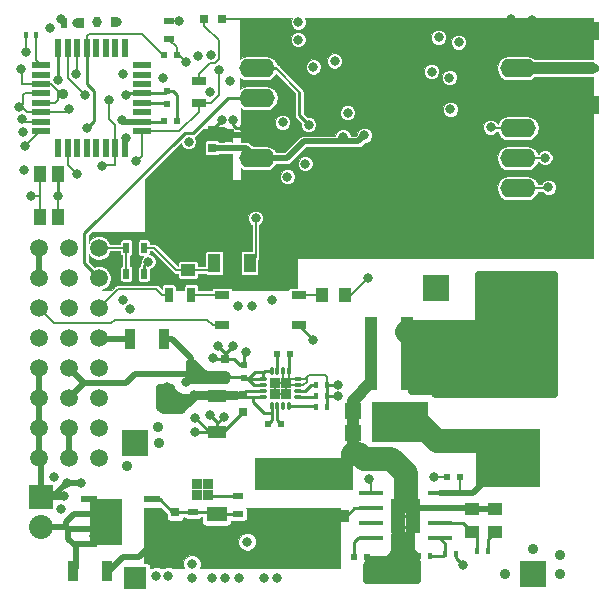
<source format=gtl>
%FSLAX46Y46*%
G04 Gerber Fmt 4.6, Leading zero omitted, Abs format (unit mm)*
G04 Created by KiCad (PCBNEW (2014-10-31 BZR 5243)-product) date So 05 Apr 2015 19:44:44 CEST*
%MOMM*%
G01*
G04 APERTURE LIST*
%ADD10C,0.100000*%
%ADD11R,5.400040X4.899660*%
%ADD12R,2.032000X2.032000*%
%ADD13O,2.032000X2.032000*%
%ADD14O,0.300000X0.750000*%
%ADD15O,0.750000X0.300000*%
%ADD16R,0.900000X0.900000*%
%ADD17R,2.500000X1.000000*%
%ADD18R,1.250000X1.000000*%
%ADD19R,0.600000X0.500000*%
%ADD20R,1.000000X2.500000*%
%ADD21R,0.750000X0.800000*%
%ADD22R,0.500000X0.600000*%
%ADD23R,1.600000X1.000000*%
%ADD24R,0.400000X0.600000*%
%ADD25R,0.500000X0.900000*%
%ADD26R,0.900000X1.700000*%
%ADD27R,1.600000X0.550000*%
%ADD28R,0.550000X1.600000*%
%ADD29R,1.000000X1.600000*%
%ADD30R,0.700000X1.300000*%
%ADD31R,1.300000X0.700000*%
%ADD32R,1.000000X1.250000*%
%ADD33R,1.300480X0.800100*%
%ADD34R,0.797560X0.797560*%
%ADD35O,3.000000X1.600000*%
%ADD36R,1.200000X1.000000*%
%ADD37R,2.150000X0.450000*%
%ADD38C,1.500000*%
%ADD39R,1.050000X1.400000*%
%ADD40R,1.400000X1.390000*%
%ADD41R,4.860000X3.360000*%
%ADD42R,1.000000X1.000000*%
%ADD43R,4.572000X1.524000*%
%ADD44R,4.071620X1.000000*%
%ADD45R,1.699260X1.300480*%
%ADD46R,1.399540X0.599440*%
%ADD47R,2.799080X4.000500*%
%ADD48R,0.900000X0.500000*%
%ADD49R,2.235200X2.235200*%
%ADD50R,1.900000X1.900000*%
%ADD51C,0.889000*%
%ADD52C,0.800000*%
%ADD53C,0.508000*%
%ADD54C,0.254000*%
%ADD55C,0.152400*%
%ADD56C,0.203200*%
%ADD57C,1.000000*%
%ADD58C,2.000000*%
%ADD59C,0.160000*%
%ADD60C,0.400000*%
%ADD61C,0.500000*%
G04 APERTURE END LIST*
D10*
D11*
X117200000Y-58400420D03*
X117200000Y-46599580D03*
D12*
X77600000Y-61700000D03*
D13*
X77600000Y-64240000D03*
D14*
X97150000Y-53975000D03*
X97650000Y-53975000D03*
X98150000Y-53975000D03*
X98650000Y-53975000D03*
D15*
X99375000Y-53250000D03*
X99375000Y-52750000D03*
X99375000Y-52250000D03*
X99375000Y-51750000D03*
D14*
X98650000Y-51025000D03*
X98150000Y-51025000D03*
X97650000Y-51025000D03*
X97150000Y-51025000D03*
D15*
X96425000Y-51750000D03*
X96425000Y-52250000D03*
X96425000Y-52750000D03*
X96425000Y-53250000D03*
D16*
X98350000Y-52050000D03*
X97450000Y-52050000D03*
X98350000Y-52950000D03*
X97450000Y-52950000D03*
D17*
X99200000Y-63300000D03*
X99200000Y-60300000D03*
X102400000Y-63300000D03*
X102400000Y-60300000D03*
D18*
X114100000Y-64700000D03*
X114100000Y-62700000D03*
X116100000Y-64700000D03*
X116100000Y-62700000D03*
D19*
X104150000Y-66800000D03*
X105250000Y-66800000D03*
X113150000Y-60000000D03*
X112050000Y-60000000D03*
D20*
X108600000Y-47700000D03*
X105600000Y-47700000D03*
X108600000Y-51400000D03*
X105600000Y-51400000D03*
D21*
X93200000Y-51550000D03*
X93200000Y-50050000D03*
D19*
X88050000Y-24300000D03*
X89150000Y-24300000D03*
D22*
X94800000Y-51650000D03*
X94800000Y-50550000D03*
D19*
X97650000Y-49600000D03*
X98750000Y-49600000D03*
D22*
X88300000Y-28450000D03*
X88300000Y-27350000D03*
D19*
X88050000Y-29900000D03*
X89150000Y-29900000D03*
D21*
X94700000Y-53050000D03*
X94700000Y-54550000D03*
D23*
X92500000Y-53200000D03*
X92500000Y-56200000D03*
D22*
X93500000Y-32150000D03*
X93500000Y-31050000D03*
D21*
X92100000Y-32150000D03*
X92100000Y-30650000D03*
D24*
X114550000Y-66300000D03*
X115450000Y-66300000D03*
X112750000Y-66500000D03*
X111850000Y-66500000D03*
X110550000Y-66700000D03*
X109650000Y-66700000D03*
D25*
X86350000Y-40600000D03*
X84850000Y-40600000D03*
X86350000Y-42800000D03*
X84850000Y-42800000D03*
D24*
X100950000Y-54100000D03*
X101850000Y-54100000D03*
X100950000Y-53200000D03*
X101850000Y-53200000D03*
X100950000Y-52200000D03*
X101850000Y-52200000D03*
X76350000Y-22600000D03*
X77250000Y-22600000D03*
D26*
X88050000Y-48300000D03*
X85150000Y-48300000D03*
D27*
X77665000Y-25140000D03*
X77665000Y-25940000D03*
X77665000Y-26740000D03*
X77665000Y-27540000D03*
X77665000Y-28340000D03*
X77665000Y-29140000D03*
X77665000Y-29940000D03*
X77665000Y-30740000D03*
D28*
X79115000Y-32190000D03*
X79915000Y-32190000D03*
X80715000Y-32190000D03*
X81515000Y-32190000D03*
X82315000Y-32190000D03*
X83115000Y-32190000D03*
X83915000Y-32190000D03*
X84715000Y-32190000D03*
D27*
X86165000Y-30740000D03*
X86165000Y-29940000D03*
X86165000Y-29140000D03*
X86165000Y-28340000D03*
X86165000Y-27540000D03*
X86165000Y-26740000D03*
X86165000Y-25940000D03*
X86165000Y-25140000D03*
D28*
X84715000Y-23690000D03*
X83915000Y-23690000D03*
X83115000Y-23690000D03*
X82315000Y-23690000D03*
X81515000Y-23690000D03*
X80715000Y-23690000D03*
X79915000Y-23690000D03*
X79115000Y-23690000D03*
D29*
X92300000Y-41900000D03*
X95300000Y-41900000D03*
D30*
X90350000Y-44600000D03*
X88450000Y-44600000D03*
D31*
X91000000Y-28350000D03*
X91000000Y-26450000D03*
D25*
X79550000Y-21600000D03*
X81050000Y-21600000D03*
X82350000Y-21500000D03*
X83850000Y-21500000D03*
D18*
X90100000Y-42500000D03*
X90100000Y-40500000D03*
D32*
X103400000Y-44600000D03*
X101400000Y-44600000D03*
D33*
X92948800Y-47170000D03*
X92948800Y-44630000D03*
X99451200Y-44630000D03*
X99451200Y-47170000D03*
D34*
X91450700Y-21200000D03*
X92949300Y-21200000D03*
D35*
X95885000Y-25400000D03*
X95885000Y-27940000D03*
X95885000Y-30480000D03*
X95885000Y-33020000D03*
X95885000Y-35560000D03*
X118005000Y-35560000D03*
X118005000Y-33020000D03*
X118005000Y-30480000D03*
X118005000Y-27940000D03*
X118005000Y-25400000D03*
X118005000Y-22860000D03*
D36*
X109092500Y-64257500D03*
X107886000Y-64257500D03*
X107886000Y-62352500D03*
X107886000Y-63305000D03*
X109092500Y-63305000D03*
D37*
X105600000Y-61400000D03*
X105600000Y-62670000D03*
X105600000Y-63940000D03*
X105600000Y-65210000D03*
X111378500Y-65210000D03*
X111378500Y-63940000D03*
X111378500Y-62670000D03*
X111378500Y-61400000D03*
D36*
X109092500Y-62352500D03*
D38*
X77470000Y-40640000D03*
X80010000Y-40640000D03*
X82550000Y-40640000D03*
X77470000Y-43180000D03*
X80010000Y-43180000D03*
X82550000Y-43180000D03*
X77470000Y-45720000D03*
X80010000Y-45720000D03*
X82550000Y-45720000D03*
X77470000Y-48260000D03*
X80010000Y-48260000D03*
X82550000Y-48260000D03*
X77470000Y-50800000D03*
X80010000Y-50800000D03*
X82550000Y-50800000D03*
X77470000Y-53340000D03*
X80010000Y-53340000D03*
X82550000Y-53340000D03*
X77470000Y-55880000D03*
X80010000Y-55880000D03*
X82550000Y-55880000D03*
X77470000Y-58420000D03*
X80010000Y-58420000D03*
X82550000Y-58420000D03*
D39*
X79055000Y-34395000D03*
X79055000Y-37995000D03*
X77555000Y-34395000D03*
X77555000Y-37995000D03*
D19*
X96850000Y-55500000D03*
X97950000Y-55500000D03*
D40*
X104017000Y-54411000D03*
X104017000Y-56251000D03*
D41*
X107999000Y-55331000D03*
D42*
X90700000Y-36381000D03*
X91462000Y-36381000D03*
X89938000Y-36381000D03*
X89938000Y-35619000D03*
X91462000Y-35619000D03*
X90700000Y-35619000D03*
X89938000Y-34857000D03*
X91462000Y-34857000D03*
X90700000Y-34857000D03*
X90700000Y-33333000D03*
X91462000Y-33333000D03*
X89938000Y-33333000D03*
X89938000Y-34095000D03*
X91462000Y-34095000D03*
X90700000Y-34095000D03*
X90700000Y-37143000D03*
X91462000Y-37143000D03*
X89938000Y-37143000D03*
X90700000Y-37905000D03*
X91462000Y-37905000D03*
X89938000Y-37905000D03*
X89938000Y-38667000D03*
X91462000Y-38667000D03*
X90700000Y-38667000D03*
D43*
X122567700Y-22235160D03*
D10*
G36*
X124336810Y-25900000D02*
X124336810Y-24900000D01*
X124837190Y-25200000D01*
X124837190Y-25600000D01*
X124336810Y-25900000D01*
X124336810Y-25900000D01*
G37*
D43*
X122567700Y-28559760D03*
D44*
X122301000Y-25400000D03*
D21*
X89000000Y-62950000D03*
X89000000Y-64450000D03*
D45*
X92500000Y-66650060D03*
X92500000Y-63149940D03*
D46*
X81733000Y-65705000D03*
X87067000Y-65705000D03*
X81733000Y-64435000D03*
X81733000Y-63165000D03*
X81733000Y-61895000D03*
X87067000Y-64435000D03*
X87067000Y-63165000D03*
X87067000Y-61895000D03*
D47*
X83130000Y-63800000D03*
D48*
X94300000Y-63150000D03*
X94300000Y-61650000D03*
X90500000Y-62950000D03*
X90500000Y-64450000D03*
D26*
X80350000Y-68000000D03*
X83250000Y-68000000D03*
D16*
X91750000Y-60650000D03*
X91750000Y-61550000D03*
X90850000Y-60650000D03*
X90850000Y-61550000D03*
D49*
X111100000Y-44000000D03*
D50*
X85600000Y-68600000D03*
D49*
X85600000Y-57100000D03*
X119300000Y-68200000D03*
D48*
X88500000Y-22950000D03*
X88500000Y-21450000D03*
D51*
X79500000Y-27600000D03*
D52*
X93900000Y-29800000D03*
X98600000Y-36400000D03*
X123000000Y-30100000D03*
X121200000Y-30100000D03*
X115800000Y-27100000D03*
X117400000Y-21200000D03*
X119200000Y-21300000D03*
X114600000Y-23200000D03*
X114400000Y-32200000D03*
X106000000Y-22200000D03*
X75900000Y-25500000D03*
X97300000Y-59400000D03*
X96300000Y-60300000D03*
X102800000Y-52200000D03*
X102800000Y-53200000D03*
X91900000Y-54800000D03*
X93100000Y-54900000D03*
X90700000Y-56200000D03*
X90700000Y-55000000D03*
X92600000Y-48900000D03*
X93900000Y-48900000D03*
X95000000Y-49400000D03*
X100700000Y-48400000D03*
X92182828Y-49960279D03*
X76800000Y-36200000D03*
X76100000Y-30800000D03*
X101900000Y-59100000D03*
X99500000Y-59100000D03*
X98300000Y-59100000D03*
X100600000Y-59100000D03*
X81000000Y-60500000D03*
X79800000Y-60500000D03*
X79600000Y-61600000D03*
X78700000Y-60000000D03*
X79300000Y-62700000D03*
X97600000Y-68600000D03*
X95100000Y-65500000D03*
X96500000Y-68600000D03*
X88400000Y-68400000D03*
X87400000Y-68400000D03*
D51*
X121600000Y-68200000D03*
X121600000Y-66600000D03*
X119300000Y-66100000D03*
X116900000Y-68200000D03*
X87600000Y-57100000D03*
X87500000Y-55800000D03*
X84900000Y-59100000D03*
D52*
X119600000Y-29100000D03*
X116100000Y-24100000D03*
X95100000Y-21600000D03*
X84800164Y-27716176D03*
X93000000Y-29800000D03*
X99400000Y-21500000D03*
X99400000Y-23000000D03*
X95500000Y-45500000D03*
X80000000Y-28872980D03*
X76400000Y-24000000D03*
X75800000Y-28700000D03*
X90400000Y-67400000D03*
X90400000Y-68600000D03*
X94300000Y-45500000D03*
X97200000Y-45000000D03*
X89300000Y-21400000D03*
X84518604Y-29791620D03*
X81500000Y-30500000D03*
X103585734Y-29183627D03*
X79055000Y-36200000D03*
X98500000Y-34600000D03*
X84600000Y-25900000D03*
X89900000Y-24900000D03*
X88200000Y-53700000D03*
X105000000Y-31100000D03*
X88300000Y-52400000D03*
X89500000Y-53900000D03*
X90600000Y-53100000D03*
X103200000Y-31200000D03*
X84587884Y-45009217D03*
X100000000Y-33500000D03*
X86700000Y-41800000D03*
X100300000Y-30200000D03*
X90900000Y-24400000D03*
X80581220Y-25902999D03*
X76000000Y-29700000D03*
X76300000Y-32000000D03*
X102500000Y-24800000D03*
X82800000Y-33700000D03*
X83413998Y-28108380D03*
X84806517Y-31293487D03*
X98100000Y-30000000D03*
X85700000Y-33300000D03*
X100700000Y-25300000D03*
X92711449Y-25569816D03*
X81400000Y-27700000D03*
X92000000Y-24300000D03*
X90135919Y-31635919D03*
X79073943Y-26367234D03*
X112300000Y-28900000D03*
X111300000Y-22800000D03*
X120300000Y-33000000D03*
X113000000Y-23200000D03*
X105300000Y-43200000D03*
X110700000Y-25700000D03*
X79300000Y-21200000D03*
X82350000Y-21500000D03*
X84100000Y-21500000D03*
X115700000Y-30400000D03*
X112200000Y-26200000D03*
X120600000Y-35500000D03*
X110900000Y-60000000D03*
X105400000Y-60200000D03*
X80700000Y-34400000D03*
X95800000Y-38100000D03*
X85200000Y-45800000D03*
X110200000Y-49100000D03*
X110100000Y-50700000D03*
X111500000Y-50700000D03*
X113000000Y-50600000D03*
X113000000Y-49200000D03*
X113000000Y-47700000D03*
X111600000Y-47800000D03*
X111600000Y-49100000D03*
X110100000Y-52100000D03*
X111500000Y-52100000D03*
X113000000Y-52100000D03*
X110200000Y-47800000D03*
X113400000Y-67500000D03*
X90700000Y-51300000D03*
X89900000Y-52000000D03*
X94400000Y-68600000D03*
X92100000Y-68600000D03*
X93200000Y-68600000D03*
X76200000Y-34000000D03*
X78400000Y-22000000D03*
X80700000Y-21600000D03*
X91900000Y-27400000D03*
X88000000Y-26200000D03*
X93600000Y-26500000D03*
D53*
X80600000Y-65900000D02*
X80600000Y-67750000D01*
X80600000Y-67750000D02*
X80350000Y-68000000D01*
X81950000Y-64980000D02*
X83130000Y-63800000D01*
X79740000Y-64240000D02*
X79935000Y-64435000D01*
X79935000Y-64435000D02*
X81733000Y-64435000D01*
X77600000Y-64240000D02*
X79740000Y-64240000D01*
X79740000Y-63860000D02*
X80435000Y-63165000D01*
X80435000Y-63165000D02*
X81733000Y-63165000D01*
X79740000Y-64240000D02*
X79740000Y-63860000D01*
X79935000Y-65235000D02*
X80600000Y-65900000D01*
X80600000Y-65900000D02*
X80405000Y-65705000D01*
X80405000Y-65705000D02*
X81733000Y-65705000D01*
X79935000Y-64435000D02*
X79935000Y-65235000D01*
D54*
X79100000Y-27600000D02*
X79100000Y-27700000D01*
X79500000Y-27600000D02*
X79100000Y-27600000D01*
X93900000Y-30249000D02*
X93900000Y-29800000D01*
X94131000Y-30480000D02*
X93900000Y-30249000D01*
X95885000Y-30480000D02*
X94131000Y-30480000D01*
D53*
X95885000Y-35560000D02*
X97760000Y-35560000D01*
X97760000Y-35560000D02*
X98600000Y-36400000D01*
D55*
X78466785Y-26740000D02*
X77665000Y-26740000D01*
X79100000Y-27373215D02*
X78466785Y-26740000D01*
X79100000Y-27700000D02*
X79100000Y-27373215D01*
D54*
X88300000Y-27350000D02*
X88850000Y-27350000D01*
X89150000Y-27650000D02*
X89150000Y-29900000D01*
X88850000Y-27350000D02*
X89150000Y-27650000D01*
X86165000Y-27540000D02*
X88110000Y-27540000D01*
X88110000Y-27540000D02*
X88300000Y-27350000D01*
X101850000Y-53200000D02*
X101850000Y-54100000D01*
D53*
X92100000Y-30650000D02*
X93100000Y-30650000D01*
X93100000Y-30650000D02*
X93500000Y-31050000D01*
X93500000Y-31050000D02*
X95315000Y-31050000D01*
X95315000Y-31050000D02*
X95885000Y-30480000D01*
D56*
X122567700Y-28559760D02*
X122567700Y-29667700D01*
X122567700Y-29667700D02*
X123000000Y-30100000D01*
X122567700Y-28559760D02*
X122567700Y-28732300D01*
X122567700Y-28732300D02*
X121200000Y-30100000D01*
X118005000Y-27940000D02*
X116640000Y-27940000D01*
X116640000Y-27940000D02*
X115800000Y-27100000D01*
X118005000Y-22860000D02*
X118005000Y-21805000D01*
X118005000Y-21805000D02*
X117400000Y-21200000D01*
X118005000Y-22860000D02*
X118005000Y-22495000D01*
X118005000Y-22495000D02*
X119200000Y-21300000D01*
D55*
X77665000Y-28340000D02*
X78860000Y-28340000D01*
X79100000Y-28100000D02*
X79100000Y-27700000D01*
X78860000Y-28340000D02*
X79100000Y-28100000D01*
X76040000Y-26740000D02*
X77665000Y-26740000D01*
X76000000Y-26700000D02*
X76040000Y-26740000D01*
X76000000Y-25600000D02*
X76000000Y-26700000D01*
X75900000Y-25500000D02*
X76000000Y-25600000D01*
X99375000Y-51750000D02*
X99950000Y-51750000D01*
X101850000Y-51550000D02*
X101850000Y-52200000D01*
X101700000Y-51400000D02*
X101850000Y-51550000D01*
X100300000Y-51400000D02*
X101700000Y-51400000D01*
X100150000Y-51550000D02*
X100300000Y-51400000D01*
X99950000Y-51750000D02*
X100150000Y-51550000D01*
X97450000Y-52950000D02*
X97450000Y-52050000D01*
X98350000Y-52950000D02*
X98350000Y-52050000D01*
X97450000Y-52950000D02*
X98350000Y-52950000D01*
X97450000Y-52050000D02*
X98350000Y-52050000D01*
D54*
X94800000Y-50550000D02*
X94450000Y-50550000D01*
X93950000Y-50050000D02*
X93200000Y-50050000D01*
X94450000Y-50550000D02*
X93950000Y-50050000D01*
D55*
X92500000Y-56200000D02*
X93050000Y-56200000D01*
D54*
X93050000Y-56200000D02*
X94700000Y-54550000D01*
X98650000Y-51025000D02*
X98650000Y-49700000D01*
D55*
X98650000Y-49700000D02*
X98750000Y-49600000D01*
X98150000Y-51025000D02*
X98150000Y-51850000D01*
X98150000Y-51850000D02*
X98350000Y-52050000D01*
X98650000Y-51025000D02*
X98650000Y-51750000D01*
X98650000Y-51750000D02*
X98350000Y-52050000D01*
X99375000Y-52250000D02*
X98550000Y-52250000D01*
X98550000Y-52250000D02*
X98350000Y-52050000D01*
X99375000Y-51750000D02*
X98650000Y-51750000D01*
X98650000Y-51750000D02*
X98350000Y-52050000D01*
D54*
X101850000Y-52200000D02*
X101850000Y-53200000D01*
D53*
X77470000Y-40640000D02*
X77470000Y-43180000D01*
X77470000Y-53340000D02*
X77470000Y-50800000D01*
X77470000Y-55880000D02*
X77470000Y-53340000D01*
X77470000Y-58420000D02*
X77470000Y-55880000D01*
D54*
X107886000Y-64257500D02*
X109092500Y-64257500D01*
X107886000Y-63305000D02*
X109092500Y-63305000D01*
X107886000Y-62352500D02*
X109092500Y-62352500D01*
X107886000Y-63305000D02*
X107886000Y-64257500D01*
X107886000Y-62352500D02*
X107886000Y-63305000D01*
X109092500Y-63305000D02*
X109092500Y-64257500D01*
X109092500Y-62352500D02*
X109092500Y-63305000D01*
D57*
X105600000Y-47700000D02*
X105600000Y-51400000D01*
D53*
X114100000Y-62700000D02*
X116100000Y-62700000D01*
X111378500Y-62670000D02*
X114070000Y-62670000D01*
D54*
X114070000Y-62670000D02*
X114100000Y-62700000D01*
D53*
X111378500Y-62670000D02*
X109410000Y-62670000D01*
D54*
X109410000Y-62670000D02*
X109092500Y-62352500D01*
X109092500Y-64257500D02*
X109092500Y-66142500D01*
X109092500Y-66142500D02*
X109650000Y-66700000D01*
X105250000Y-66800000D02*
X106900000Y-66800000D01*
X106900000Y-66800000D02*
X107886000Y-65814000D01*
X107886000Y-65814000D02*
X107886000Y-64257500D01*
D57*
X99200000Y-60300000D02*
X102400000Y-60300000D01*
D53*
X118005000Y-27940000D02*
X120040000Y-27940000D01*
X120040000Y-27940000D02*
X120659760Y-28559760D01*
X120659760Y-28559760D02*
X122567700Y-28559760D01*
X118005000Y-22860000D02*
X119640000Y-22860000D01*
X119800000Y-22700000D02*
X122102860Y-22700000D01*
X119640000Y-22860000D02*
X119800000Y-22700000D01*
X122102860Y-22700000D02*
X122567700Y-22235160D01*
D54*
X109092500Y-62192500D02*
X109092500Y-62352500D01*
D57*
X99200000Y-60300000D02*
X99200000Y-60000000D01*
X99200000Y-60000000D02*
X98300000Y-59100000D01*
X97600000Y-59100000D02*
X97300000Y-59400000D01*
X97600000Y-59100000D02*
X98300000Y-59100000D01*
X99200000Y-60300000D02*
X96300000Y-60300000D01*
D54*
X101850000Y-52200000D02*
X102800000Y-52200000D01*
X101850000Y-53200000D02*
X102800000Y-53200000D01*
X92500000Y-55400000D02*
X91900000Y-54800000D01*
X92500000Y-56200000D02*
X92500000Y-55400000D01*
X92600000Y-55400000D02*
X93100000Y-54900000D01*
X92500000Y-55400000D02*
X92600000Y-55400000D01*
X92500000Y-56200000D02*
X90700000Y-56200000D01*
X91900000Y-56200000D02*
X90700000Y-55000000D01*
X92500000Y-56200000D02*
X91900000Y-56200000D01*
X93200000Y-49500000D02*
X92600000Y-48900000D01*
X93200000Y-50050000D02*
X93200000Y-49500000D01*
X93200000Y-49600000D02*
X93900000Y-48900000D01*
X93200000Y-50050000D02*
X93200000Y-49600000D01*
X94800000Y-49600000D02*
X95000000Y-49400000D01*
X94800000Y-50550000D02*
X94800000Y-49600000D01*
X99470000Y-47170000D02*
X100700000Y-48400000D01*
X99451200Y-47170000D02*
X99470000Y-47170000D01*
D55*
X100150000Y-51950000D02*
X99850000Y-52250000D01*
X99850000Y-52250000D02*
X99375000Y-52250000D01*
X100150000Y-51550000D02*
X100150000Y-51950000D01*
D54*
X92272549Y-50050000D02*
X92182828Y-49960279D01*
X93200000Y-50050000D02*
X92272549Y-50050000D01*
D56*
X77555000Y-36200000D02*
X77555000Y-34395000D01*
X77555000Y-37995000D02*
X77555000Y-36200000D01*
X77555000Y-36200000D02*
X76800000Y-36200000D01*
D57*
X103000000Y-59100000D02*
X104017000Y-58083000D01*
X104017000Y-58083000D02*
X104017000Y-56251000D01*
X101900000Y-59100000D02*
X101800000Y-59100000D01*
X101800000Y-59100000D02*
X102400000Y-59100000D01*
X100600000Y-59100000D02*
X99500000Y-59100000D01*
X102400000Y-59100000D02*
X103000000Y-59100000D01*
X104017000Y-56251000D02*
X104017000Y-54411000D01*
X105600000Y-52000000D02*
X105600000Y-51400000D01*
X104017000Y-53583000D02*
X105600000Y-52000000D01*
X104017000Y-54411000D02*
X104017000Y-53583000D01*
D53*
X108500000Y-62691000D02*
X107886000Y-63305000D01*
D58*
X104583000Y-58083000D02*
X105000000Y-58500000D01*
X105000000Y-58500000D02*
X107300000Y-58500000D01*
X107300000Y-58500000D02*
X108500000Y-59700000D01*
X108500000Y-59700000D02*
X108500000Y-61700000D01*
D53*
X108500000Y-61700000D02*
X108500000Y-62691000D01*
D58*
X104017000Y-58083000D02*
X104583000Y-58083000D01*
D56*
X91462000Y-34095000D02*
X91462000Y-35619000D01*
D59*
X90100000Y-40500000D02*
X90100000Y-38829000D01*
X90100000Y-38829000D02*
X89938000Y-38667000D01*
D53*
X77600000Y-58550000D02*
X77470000Y-58420000D01*
X77600000Y-61700000D02*
X77600000Y-58550000D01*
X77600000Y-61700000D02*
X78600000Y-61700000D01*
X79800000Y-60500000D02*
X78600000Y-61700000D01*
X81000000Y-60500000D02*
X79800000Y-60500000D01*
X79500000Y-61700000D02*
X79600000Y-61600000D01*
X77600000Y-61700000D02*
X79500000Y-61700000D01*
D54*
X91850000Y-61650000D02*
X91750000Y-61550000D01*
X94300000Y-61650000D02*
X91850000Y-61650000D01*
X118005000Y-27940000D02*
X118960000Y-27940000D01*
X118440000Y-27940000D02*
X119600000Y-29100000D01*
X118005000Y-27940000D02*
X118440000Y-27940000D01*
X117340000Y-22860000D02*
X116100000Y-24100000D01*
X118005000Y-22860000D02*
X117340000Y-22860000D01*
D56*
X94700000Y-21200000D02*
X95100000Y-21600000D01*
X92949300Y-21200000D02*
X94700000Y-21200000D01*
D54*
X84976340Y-27540000D02*
X84800164Y-27716176D01*
X86165000Y-27540000D02*
X84976340Y-27540000D01*
X92100000Y-30650000D02*
X92100000Y-30625000D01*
X92100000Y-30625000D02*
X92925000Y-29800000D01*
X92925000Y-29800000D02*
X93000000Y-29800000D01*
X114550000Y-66300000D02*
X114550000Y-65150000D01*
X114550000Y-65150000D02*
X114100000Y-64700000D01*
X111378500Y-63940000D02*
X113340000Y-63940000D01*
X113340000Y-63940000D02*
X114100000Y-64700000D01*
X115450000Y-66300000D02*
X115450000Y-65350000D01*
X115450000Y-65350000D02*
X116100000Y-64700000D01*
D55*
X79732980Y-29140000D02*
X80000000Y-28872980D01*
X77665000Y-29140000D02*
X79732980Y-29140000D01*
D54*
X86165000Y-29940000D02*
X88010000Y-29940000D01*
X88010000Y-29940000D02*
X88050000Y-29900000D01*
D55*
X76350000Y-22600000D02*
X76350000Y-23950000D01*
X76350000Y-23950000D02*
X76400000Y-24000000D01*
X75800000Y-28700000D02*
X76000000Y-28700000D01*
X76440000Y-29140000D02*
X77665000Y-29140000D01*
X76000000Y-28700000D02*
X76440000Y-29140000D01*
X76260000Y-27540000D02*
X77665000Y-27540000D01*
X76100000Y-27700000D02*
X76260000Y-27540000D01*
X76100000Y-28400000D02*
X76100000Y-27700000D01*
X75800000Y-28700000D02*
X76100000Y-28400000D01*
D56*
X89250000Y-21450000D02*
X89300000Y-21400000D01*
X88500000Y-21450000D02*
X89250000Y-21450000D01*
D53*
X86165000Y-29940000D02*
X84666984Y-29940000D01*
X84666984Y-29940000D02*
X84518604Y-29791620D01*
D54*
X82117001Y-27372990D02*
X82117001Y-29882999D01*
X82117001Y-29882999D02*
X81899999Y-30100001D01*
X81515000Y-23690000D02*
X81515000Y-26770989D01*
X81899999Y-30100001D02*
X81500000Y-30500000D01*
X81515000Y-26770989D02*
X82117001Y-27372990D01*
D56*
X79055000Y-36200000D02*
X79055000Y-37995000D01*
D54*
X79055000Y-34395000D02*
X79055000Y-36200000D01*
D55*
X81515000Y-22685000D02*
X81515000Y-23690000D01*
X81700000Y-22500000D02*
X81515000Y-22685000D01*
X86200000Y-22500000D02*
X81700000Y-22500000D01*
X88000000Y-24300000D02*
X86200000Y-22500000D01*
X88050000Y-24300000D02*
X88000000Y-24300000D01*
D56*
X89150000Y-23650000D02*
X89150000Y-24300000D01*
X88500000Y-23000000D02*
X89150000Y-23650000D01*
X88500000Y-22950000D02*
X88500000Y-23000000D01*
D55*
X89300000Y-24300000D02*
X89900000Y-24900000D01*
X89150000Y-24300000D02*
X89300000Y-24300000D01*
D54*
X97650000Y-49600000D02*
X97650000Y-51025000D01*
X86165000Y-28340000D02*
X88190000Y-28340000D01*
X88190000Y-28340000D02*
X88300000Y-28450000D01*
D53*
X104500000Y-31600000D02*
X105000000Y-31100000D01*
X103100000Y-31600000D02*
X104500000Y-31600000D01*
X95885000Y-33020000D02*
X98480000Y-33020000D01*
X99900000Y-31600000D02*
X103100000Y-31600000D01*
X98480000Y-33020000D02*
X99900000Y-31600000D01*
X93500000Y-32150000D02*
X95015000Y-32150000D01*
X95015000Y-32150000D02*
X95885000Y-33020000D01*
D54*
X89100000Y-53200000D02*
X88700000Y-53200000D01*
X88700000Y-53200000D02*
X88200000Y-53700000D01*
D53*
X92100000Y-32150000D02*
X93650000Y-32150000D01*
X93650000Y-32150000D02*
X93500000Y-32150000D01*
D54*
X97150000Y-53975000D02*
X97150000Y-54600000D01*
X97150000Y-54600000D02*
X97150000Y-55200000D01*
X97150000Y-55200000D02*
X96850000Y-55500000D01*
X92500000Y-53200000D02*
X94550000Y-53200000D01*
D55*
X94550000Y-53200000D02*
X94700000Y-53050000D01*
D54*
X95600000Y-53250000D02*
X94900000Y-53250000D01*
X96425000Y-53250000D02*
X95600000Y-53250000D01*
D55*
X94900000Y-53250000D02*
X94700000Y-53050000D01*
D54*
X96425000Y-52750000D02*
X95000000Y-52750000D01*
D55*
X95000000Y-52750000D02*
X94700000Y-53050000D01*
D54*
X89100000Y-53200000D02*
X88300000Y-52400000D01*
X90400000Y-53200000D02*
X89100000Y-53200000D01*
X92500000Y-53200000D02*
X90400000Y-53200000D01*
X89100000Y-53500000D02*
X89500000Y-53900000D01*
X89100000Y-53200000D02*
X89100000Y-53500000D01*
X90500000Y-53200000D02*
X90600000Y-53100000D01*
X90400000Y-53200000D02*
X90500000Y-53200000D01*
X95600000Y-53700000D02*
X96500000Y-54600000D01*
X96500000Y-54600000D02*
X97195998Y-54600000D01*
X97195998Y-54600000D02*
X97150000Y-54600000D01*
X95600000Y-53250000D02*
X95600000Y-53700000D01*
D53*
X103200000Y-31200000D02*
X103100000Y-31300000D01*
X103100000Y-31300000D02*
X103100000Y-31600000D01*
D54*
X111850000Y-66500000D02*
X111850000Y-65681500D01*
X111850000Y-65681500D02*
X111378500Y-65210000D01*
X110550000Y-66700000D02*
X111650000Y-66700000D01*
X111650000Y-66700000D02*
X111850000Y-66500000D01*
D53*
X80010000Y-58420000D02*
X80010000Y-55880000D01*
D55*
X87200000Y-40600000D02*
X89100000Y-42500000D01*
D59*
X89100000Y-42500000D02*
X90100000Y-42500000D01*
D55*
X86350000Y-40600000D02*
X87200000Y-40600000D01*
X92300000Y-42500000D02*
X92300000Y-41900000D01*
X90100000Y-42500000D02*
X92300000Y-42500000D01*
D59*
X84850000Y-40600000D02*
X84850000Y-42800000D01*
D55*
X84850000Y-40600000D02*
X82590000Y-40600000D01*
D53*
X82590000Y-40600000D02*
X82550000Y-40640000D01*
D59*
X86350000Y-42150000D02*
X86700000Y-41800000D01*
D54*
X86350000Y-42150000D02*
X86350000Y-42800000D01*
X97500000Y-25400000D02*
X95885000Y-25400000D01*
D59*
X99500000Y-27400000D02*
X97500000Y-25400000D01*
D54*
X99500000Y-29400000D02*
X99500000Y-27400000D01*
X100300000Y-30200000D02*
X99500000Y-29400000D01*
D55*
X100825000Y-53975000D02*
X100950000Y-54100000D01*
D54*
X98650000Y-53975000D02*
X100825000Y-53975000D01*
X99375000Y-53250000D02*
X100900000Y-53250000D01*
D55*
X100900000Y-53250000D02*
X100950000Y-53200000D01*
D54*
X99375000Y-52750000D02*
X99950000Y-52750000D01*
X100500000Y-52200000D02*
X100950000Y-52200000D01*
X99950000Y-52750000D02*
X100500000Y-52200000D01*
D55*
X77250000Y-22600000D02*
X77250000Y-24725000D01*
X77250000Y-24725000D02*
X77665000Y-25140000D01*
X80715000Y-25769219D02*
X80581220Y-25902999D01*
X80715000Y-23690000D02*
X80715000Y-25769219D01*
X76240000Y-29940000D02*
X77665000Y-29940000D01*
X76000000Y-29700000D02*
X76240000Y-29940000D01*
D56*
X77560000Y-30740000D02*
X76300000Y-32000000D01*
X77665000Y-30740000D02*
X77560000Y-30740000D01*
D55*
X82885000Y-33615000D02*
X83915000Y-33615000D01*
X82800000Y-33700000D02*
X82885000Y-33615000D01*
D56*
X83915000Y-33615000D02*
X83915000Y-32190000D01*
X83413998Y-28674065D02*
X83413998Y-28108380D01*
X83915000Y-30211586D02*
X83413998Y-29710584D01*
X83915000Y-32190000D02*
X83915000Y-30211586D01*
X83413998Y-29710584D02*
X83413998Y-28674065D01*
X84806517Y-31859172D02*
X84806517Y-31293487D01*
X84715000Y-32190000D02*
X84806517Y-32098483D01*
X84806517Y-32098483D02*
X84806517Y-31859172D01*
X84715000Y-32190000D02*
X84715000Y-31785000D01*
X89349730Y-30740000D02*
X87168200Y-30740000D01*
X91000000Y-29089730D02*
X89349730Y-30740000D01*
X91000000Y-28350000D02*
X91000000Y-29089730D01*
X87168200Y-30740000D02*
X86165000Y-30740000D01*
D55*
X86165000Y-30740000D02*
X86165000Y-32835000D01*
X86165000Y-32835000D02*
X85700000Y-33300000D01*
D56*
X91000000Y-28350000D02*
X92050000Y-28350000D01*
X92711449Y-26135501D02*
X92711449Y-25569816D01*
X92050000Y-28350000D02*
X92711449Y-27688551D01*
X92711449Y-27688551D02*
X92711449Y-26135501D01*
D55*
X79915000Y-26215000D02*
X81000001Y-27300001D01*
X79915000Y-23690000D02*
X79915000Y-26215000D01*
X81000001Y-27300001D02*
X81400000Y-27700000D01*
D54*
X79115000Y-23690000D02*
X79115000Y-26326177D01*
X79115000Y-26326177D02*
X79073943Y-26367234D01*
D56*
X120280000Y-33020000D02*
X118005000Y-33020000D01*
X120300000Y-33000000D02*
X120280000Y-33020000D01*
X103400000Y-44600000D02*
X103900000Y-44600000D01*
X103900000Y-44600000D02*
X105300000Y-43200000D01*
D55*
X79550000Y-21450000D02*
X79300000Y-21200000D01*
X79550000Y-21600000D02*
X79550000Y-21450000D01*
D56*
X90350000Y-44600000D02*
X92918800Y-44600000D01*
X92918800Y-44600000D02*
X92948800Y-44630000D01*
X91149300Y-26300700D02*
X91000000Y-26450000D01*
X91905199Y-24991601D02*
X92331969Y-24991601D01*
X91000000Y-26450000D02*
X91000000Y-25896800D01*
X92331969Y-24991601D02*
X92691601Y-24631969D01*
X92691601Y-24631969D02*
X92691601Y-23042881D01*
X92691601Y-23042881D02*
X91450700Y-21801980D01*
X91450700Y-21801980D02*
X91450700Y-21200000D01*
X91000000Y-25896800D02*
X91905199Y-24991601D01*
X83900000Y-21500000D02*
X83850000Y-21500000D01*
X84100000Y-21500000D02*
X83850000Y-21500000D01*
X99451200Y-44630000D02*
X101370000Y-44630000D01*
X101370000Y-44630000D02*
X101400000Y-44600000D01*
X115780000Y-30480000D02*
X118005000Y-30480000D01*
X115700000Y-30400000D02*
X115780000Y-30480000D01*
X120540000Y-35560000D02*
X118005000Y-35560000D01*
X120600000Y-35500000D02*
X120540000Y-35560000D01*
D54*
X105600000Y-65210000D02*
X104490000Y-65210000D01*
X104150000Y-65550000D02*
X104150000Y-66800000D01*
X104490000Y-65210000D02*
X104150000Y-65550000D01*
D53*
X113100000Y-61400000D02*
X114200420Y-61400000D01*
X111378500Y-61400000D02*
X113100000Y-61400000D01*
X114200420Y-61400000D02*
X117200000Y-58400420D01*
D56*
X113150000Y-61400000D02*
X113100000Y-61400000D01*
X113150000Y-60000000D02*
X113150000Y-61400000D01*
D58*
X115799580Y-57000000D02*
X117200000Y-58400420D01*
X111200000Y-57000000D02*
X115799580Y-57000000D01*
X109531000Y-55331000D02*
X111200000Y-57000000D01*
X107999000Y-55331000D02*
X109531000Y-55331000D01*
D56*
X105400000Y-60200000D02*
X105600000Y-60400000D01*
X105600000Y-60400000D02*
X105600000Y-61400000D01*
X112050000Y-60000000D02*
X110900000Y-60000000D01*
D55*
X79915000Y-33615000D02*
X79915000Y-32190000D01*
X80700000Y-34400000D02*
X79915000Y-33615000D01*
D56*
X83299999Y-44970001D02*
X82550000Y-45720000D01*
X84170000Y-44100000D02*
X83299999Y-44970001D01*
X87396800Y-44100000D02*
X84170000Y-44100000D01*
X87896800Y-44600000D02*
X87396800Y-44100000D01*
X88450000Y-44600000D02*
X87896800Y-44600000D01*
D53*
X82590000Y-48300000D02*
X82550000Y-48260000D01*
X85150000Y-48300000D02*
X82590000Y-48300000D01*
D54*
X89786958Y-30908918D02*
X90477480Y-30908918D01*
X82550000Y-43180000D02*
X81300000Y-41930000D01*
X81300000Y-39395876D02*
X89786958Y-30908918D01*
X81300000Y-41930000D02*
X81300000Y-39395876D01*
X93446398Y-27940000D02*
X94131000Y-27940000D01*
X90477480Y-30908918D02*
X93446398Y-27940000D01*
X94131000Y-27940000D02*
X95885000Y-27940000D01*
D56*
X92948800Y-47170000D02*
X92170000Y-47170000D01*
X78750000Y-47000000D02*
X77470000Y-45720000D01*
X83600000Y-47000000D02*
X78750000Y-47000000D01*
X83900000Y-46700000D02*
X83600000Y-47000000D01*
X91700000Y-46700000D02*
X83900000Y-46700000D01*
X92170000Y-47170000D02*
X91700000Y-46700000D01*
D60*
X124587000Y-25400000D02*
X122301000Y-25400000D01*
D57*
X118005000Y-25400000D02*
X122301000Y-25400000D01*
D59*
X95800000Y-41400000D02*
X95300000Y-41900000D01*
D55*
X95800000Y-38100000D02*
X95800000Y-41400000D01*
D54*
X97650000Y-53975000D02*
X97650000Y-55200000D01*
X97650000Y-55200000D02*
X97950000Y-55500000D01*
D53*
X83250000Y-68000000D02*
X83400000Y-68000000D01*
X83400000Y-68000000D02*
X84600000Y-66800000D01*
X85972000Y-66800000D02*
X87067000Y-65705000D01*
X84600000Y-66800000D02*
X85972000Y-66800000D01*
D57*
X99200000Y-63300000D02*
X102400000Y-63300000D01*
D54*
X102400000Y-63300000D02*
X103500000Y-63300000D01*
X103500000Y-63300000D02*
X104130000Y-62670000D01*
X104130000Y-62670000D02*
X105600000Y-62670000D01*
D53*
X87067000Y-65705000D02*
X87067000Y-64435000D01*
X87067000Y-64435000D02*
X87067000Y-63165000D01*
X83250000Y-68000000D02*
X83250000Y-67822000D01*
X88985000Y-64435000D02*
X89000000Y-64450000D01*
X87067000Y-64435000D02*
X88985000Y-64435000D01*
X89000000Y-64450000D02*
X90500000Y-64450000D01*
X90500000Y-65800000D02*
X91350060Y-66650060D01*
X91350060Y-66650060D02*
X92500000Y-66650060D01*
X90500000Y-64450000D02*
X90500000Y-65800000D01*
X88050000Y-48300000D02*
X88700000Y-48300000D01*
D54*
X93200000Y-51550000D02*
X94700000Y-51550000D01*
D55*
X94700000Y-51550000D02*
X94800000Y-51650000D01*
D54*
X96425000Y-51150000D02*
X95750000Y-51150000D01*
D55*
X95250000Y-51650000D02*
X94800000Y-51650000D01*
D54*
X95750000Y-51150000D02*
X95250000Y-51650000D01*
X96425000Y-51750000D02*
X94900000Y-51750000D01*
D55*
X94900000Y-51750000D02*
X94800000Y-51650000D01*
X94800000Y-51650000D02*
X95050000Y-51650000D01*
D54*
X95050000Y-51650000D02*
X95650000Y-52250000D01*
X95650000Y-52250000D02*
X96425000Y-52250000D01*
X96425000Y-51750000D02*
X96425000Y-51150000D01*
D55*
X96425000Y-51150000D02*
X96425000Y-51175000D01*
D54*
X96575000Y-51025000D02*
X97150000Y-51025000D01*
X96425000Y-51175000D02*
X96575000Y-51025000D01*
D57*
X108600000Y-51400000D02*
X108600000Y-47700000D01*
D58*
X115300000Y-47700000D02*
X108600000Y-47700000D01*
X116400000Y-46600000D02*
X115300000Y-47700000D01*
D54*
X111500000Y-50700000D02*
X110100000Y-50700000D01*
X113000000Y-49200000D02*
X113000000Y-50600000D01*
X111700000Y-47700000D02*
X113000000Y-47700000D01*
X111600000Y-47800000D02*
X111700000Y-47700000D01*
X110200000Y-49100000D02*
X111600000Y-49100000D01*
X110100000Y-52100000D02*
X111500000Y-52100000D01*
X110100000Y-47700000D02*
X110200000Y-47800000D01*
X108600000Y-47700000D02*
X110100000Y-47700000D01*
D57*
X90950000Y-51550000D02*
X93200000Y-51550000D01*
D58*
X116400000Y-44799580D02*
X116400000Y-46600000D01*
D54*
X112750000Y-66500000D02*
X112750000Y-66850000D01*
X113400000Y-67500000D02*
X112750000Y-66850000D01*
D53*
X88700000Y-48300000D02*
X90300000Y-49900000D01*
X90300000Y-49900000D02*
X90300000Y-50500000D01*
D55*
X90700000Y-51300000D02*
X90700000Y-50900000D01*
X90700000Y-50900000D02*
X90300000Y-50500000D01*
D57*
X90700000Y-51300000D02*
X90950000Y-51550000D01*
D53*
X85600000Y-51300000D02*
X84800000Y-52100000D01*
X84800000Y-52100000D02*
X81310000Y-52100000D01*
X81305000Y-52095000D02*
X80010000Y-50800000D01*
X81310000Y-52100000D02*
X81305000Y-52095000D01*
X90700000Y-51300000D02*
X85600000Y-51300000D01*
X81255000Y-52095000D02*
X80010000Y-53340000D01*
X81305000Y-52095000D02*
X81255000Y-52095000D01*
D54*
X88750000Y-62950000D02*
X89000000Y-62950000D01*
X87695000Y-61895000D02*
X88750000Y-62950000D01*
X87067000Y-61895000D02*
X87695000Y-61895000D01*
X89000000Y-62950000D02*
X90500000Y-62950000D01*
X92300060Y-62950000D02*
X92500000Y-63149940D01*
X90500000Y-62950000D02*
X92300060Y-62950000D01*
X94299940Y-63149940D02*
X94300000Y-63150000D01*
X92500000Y-63149940D02*
X94299940Y-63149940D01*
D55*
X81050000Y-21600000D02*
X80700000Y-21600000D01*
D61*
G36*
X121150000Y-53050000D02*
X111030081Y-53050000D01*
X110910487Y-52930405D01*
X110598076Y-52801000D01*
X110259925Y-52801000D01*
X108950000Y-52801000D01*
X108950000Y-47454424D01*
X114650000Y-47554424D01*
X114650000Y-42850000D01*
X121150000Y-42850000D01*
X121150000Y-53050000D01*
X121150000Y-53050000D01*
G37*
X121150000Y-53050000D02*
X111030081Y-53050000D01*
X110910487Y-52930405D01*
X110598076Y-52801000D01*
X110259925Y-52801000D01*
X108950000Y-52801000D01*
X108950000Y-47454424D01*
X114650000Y-47554424D01*
X114650000Y-42850000D01*
X121150000Y-42850000D01*
X121150000Y-53050000D01*
G36*
X93350000Y-51850000D02*
X93130925Y-51850000D01*
X91530925Y-51850000D01*
X90601090Y-51850000D01*
X90352450Y-51849783D01*
X90351924Y-51850000D01*
X90150000Y-51850000D01*
X90150000Y-50250000D01*
X90502754Y-50250000D01*
X91702754Y-51350000D01*
X93350000Y-51350000D01*
X93350000Y-51850000D01*
X93350000Y-51850000D01*
G37*
X93350000Y-51850000D02*
X93130925Y-51850000D01*
X91530925Y-51850000D01*
X90601090Y-51850000D01*
X90352450Y-51849783D01*
X90351924Y-51850000D01*
X90150000Y-51850000D01*
X90150000Y-50250000D01*
X90502754Y-50250000D01*
X91702754Y-51350000D01*
X93350000Y-51350000D01*
X93350000Y-51850000D01*
G36*
X109550000Y-68850000D02*
X105150000Y-68850000D01*
X105150000Y-67552081D01*
X105170595Y-67531487D01*
X105300000Y-67219076D01*
X105300000Y-66950000D01*
X107003553Y-66950000D01*
X107550000Y-66403553D01*
X107550000Y-64950000D01*
X108850000Y-64950000D01*
X108850000Y-66303553D01*
X109296447Y-66750000D01*
X109500000Y-66750000D01*
X109500000Y-67169075D01*
X109550000Y-67289785D01*
X109550000Y-68850000D01*
X109550000Y-68850000D01*
G37*
X109550000Y-68850000D02*
X105150000Y-68850000D01*
X105150000Y-67552081D01*
X105170595Y-67531487D01*
X105300000Y-67219076D01*
X105300000Y-66950000D01*
X107003553Y-66950000D01*
X107550000Y-66403553D01*
X107550000Y-64950000D01*
X108850000Y-64950000D01*
X108850000Y-66303553D01*
X109296447Y-66750000D01*
X109500000Y-66750000D01*
X109500000Y-67169075D01*
X109550000Y-67289785D01*
X109550000Y-68850000D01*
G36*
X94250000Y-53250000D02*
X90796447Y-53250000D01*
X90186968Y-53859478D01*
X89992857Y-53939684D01*
X89640919Y-54291007D01*
X89574899Y-54450000D01*
X87987695Y-54450000D01*
X87650000Y-54179844D01*
X87650000Y-52404000D01*
X88714427Y-52404000D01*
X88839684Y-52707143D01*
X89191007Y-53059081D01*
X89650269Y-53249783D01*
X90147550Y-53250217D01*
X90607143Y-53060316D01*
X90717652Y-52950000D01*
X94250000Y-52950000D01*
X94250000Y-53250000D01*
X94250000Y-53250000D01*
G37*
X94250000Y-53250000D02*
X90796447Y-53250000D01*
X90186968Y-53859478D01*
X89992857Y-53939684D01*
X89640919Y-54291007D01*
X89574899Y-54450000D01*
X87987695Y-54450000D01*
X87650000Y-54179844D01*
X87650000Y-52404000D01*
X88714427Y-52404000D01*
X88839684Y-52707143D01*
X89191007Y-53059081D01*
X89650269Y-53249783D01*
X90147550Y-53250217D01*
X90607143Y-53060316D01*
X90717652Y-52950000D01*
X94250000Y-52950000D01*
X94250000Y-53250000D01*
D10*
G36*
X124350000Y-41450000D02*
X121242112Y-41450000D01*
X121242112Y-35372858D01*
X121144579Y-35136811D01*
X120964139Y-34956056D01*
X120942112Y-34946909D01*
X120942112Y-32872858D01*
X120844579Y-32636811D01*
X120664139Y-32456056D01*
X120428262Y-32358111D01*
X120172858Y-32357888D01*
X119936811Y-32455421D01*
X119781128Y-32610832D01*
X119781128Y-30480000D01*
X119701810Y-30081244D01*
X119475933Y-29743195D01*
X119137884Y-29517318D01*
X118739128Y-29438000D01*
X117270872Y-29438000D01*
X116872116Y-29517318D01*
X116534067Y-29743195D01*
X116308190Y-30081244D01*
X116297218Y-30136400D01*
X116285728Y-30136400D01*
X116244579Y-30036811D01*
X116064139Y-29856056D01*
X115828262Y-29758111D01*
X115572858Y-29757888D01*
X115336811Y-29855421D01*
X115156056Y-30035861D01*
X115058111Y-30271738D01*
X115057888Y-30527142D01*
X115155421Y-30763189D01*
X115335861Y-30943944D01*
X115571738Y-31041889D01*
X115827142Y-31042112D01*
X116063189Y-30944579D01*
X116184379Y-30823600D01*
X116297218Y-30823600D01*
X116308190Y-30878756D01*
X116534067Y-31216805D01*
X116872116Y-31442682D01*
X117270872Y-31522000D01*
X118739128Y-31522000D01*
X119137884Y-31442682D01*
X119475933Y-31216805D01*
X119701810Y-30878756D01*
X119781128Y-30480000D01*
X119781128Y-32610832D01*
X119756056Y-32635861D01*
X119739222Y-32676400D01*
X119712781Y-32676400D01*
X119701810Y-32621244D01*
X119475933Y-32283195D01*
X119137884Y-32057318D01*
X118739128Y-31978000D01*
X117270872Y-31978000D01*
X116872116Y-32057318D01*
X116534067Y-32283195D01*
X116308190Y-32621244D01*
X116228872Y-33020000D01*
X116308190Y-33418756D01*
X116534067Y-33756805D01*
X116872116Y-33982682D01*
X117270872Y-34062000D01*
X118739128Y-34062000D01*
X119137884Y-33982682D01*
X119475933Y-33756805D01*
X119701810Y-33418756D01*
X119712781Y-33363600D01*
X119755831Y-33363600D01*
X119935861Y-33543944D01*
X120171738Y-33641889D01*
X120427142Y-33642112D01*
X120663189Y-33544579D01*
X120843944Y-33364139D01*
X120941889Y-33128262D01*
X120942112Y-32872858D01*
X120942112Y-34946909D01*
X120728262Y-34858111D01*
X120472858Y-34857888D01*
X120236811Y-34955421D01*
X120056056Y-35135861D01*
X120022613Y-35216400D01*
X119712781Y-35216400D01*
X119701810Y-35161244D01*
X119475933Y-34823195D01*
X119137884Y-34597318D01*
X118739128Y-34518000D01*
X117270872Y-34518000D01*
X116872116Y-34597318D01*
X116534067Y-34823195D01*
X116308190Y-35161244D01*
X116228872Y-35560000D01*
X116308190Y-35958756D01*
X116534067Y-36296805D01*
X116872116Y-36522682D01*
X117270872Y-36602000D01*
X118739128Y-36602000D01*
X119137884Y-36522682D01*
X119475933Y-36296805D01*
X119701810Y-35958756D01*
X119712781Y-35903600D01*
X120095761Y-35903600D01*
X120235861Y-36043944D01*
X120471738Y-36141889D01*
X120727142Y-36142112D01*
X120963189Y-36044579D01*
X121143944Y-35864139D01*
X121241889Y-35628262D01*
X121242112Y-35372858D01*
X121242112Y-41450000D01*
X113642112Y-41450000D01*
X113642112Y-23072858D01*
X113544579Y-22836811D01*
X113364139Y-22656056D01*
X113128262Y-22558111D01*
X112872858Y-22557888D01*
X112636811Y-22655421D01*
X112456056Y-22835861D01*
X112358111Y-23071738D01*
X112357888Y-23327142D01*
X112455421Y-23563189D01*
X112635861Y-23743944D01*
X112871738Y-23841889D01*
X113127142Y-23842112D01*
X113363189Y-23744579D01*
X113543944Y-23564139D01*
X113641889Y-23328262D01*
X113642112Y-23072858D01*
X113642112Y-41450000D01*
X112942112Y-41450000D01*
X112942112Y-28772858D01*
X112844579Y-28536811D01*
X112842112Y-28534339D01*
X112842112Y-26072858D01*
X112744579Y-25836811D01*
X112564139Y-25656056D01*
X112328262Y-25558111D01*
X112072858Y-25557888D01*
X111942112Y-25611911D01*
X111942112Y-22672858D01*
X111844579Y-22436811D01*
X111664139Y-22256056D01*
X111428262Y-22158111D01*
X111172858Y-22157888D01*
X110936811Y-22255421D01*
X110756056Y-22435861D01*
X110658111Y-22671738D01*
X110657888Y-22927142D01*
X110755421Y-23163189D01*
X110935861Y-23343944D01*
X111171738Y-23441889D01*
X111427142Y-23442112D01*
X111663189Y-23344579D01*
X111843944Y-23164139D01*
X111941889Y-22928262D01*
X111942112Y-22672858D01*
X111942112Y-25611911D01*
X111836811Y-25655421D01*
X111656056Y-25835861D01*
X111558111Y-26071738D01*
X111557888Y-26327142D01*
X111655421Y-26563189D01*
X111835861Y-26743944D01*
X112071738Y-26841889D01*
X112327142Y-26842112D01*
X112563189Y-26744579D01*
X112743944Y-26564139D01*
X112841889Y-26328262D01*
X112842112Y-26072858D01*
X112842112Y-28534339D01*
X112664139Y-28356056D01*
X112428262Y-28258111D01*
X112172858Y-28257888D01*
X111936811Y-28355421D01*
X111756056Y-28535861D01*
X111658111Y-28771738D01*
X111657888Y-29027142D01*
X111755421Y-29263189D01*
X111935861Y-29443944D01*
X112171738Y-29541889D01*
X112427142Y-29542112D01*
X112663189Y-29444579D01*
X112843944Y-29264139D01*
X112941889Y-29028262D01*
X112942112Y-28772858D01*
X112942112Y-41450000D01*
X111342112Y-41450000D01*
X111342112Y-25572858D01*
X111244579Y-25336811D01*
X111064139Y-25156056D01*
X110828262Y-25058111D01*
X110572858Y-25057888D01*
X110336811Y-25155421D01*
X110156056Y-25335861D01*
X110058111Y-25571738D01*
X110057888Y-25827142D01*
X110155421Y-26063189D01*
X110335861Y-26243944D01*
X110571738Y-26341889D01*
X110827142Y-26342112D01*
X111063189Y-26244579D01*
X111243944Y-26064139D01*
X111341889Y-25828262D01*
X111342112Y-25572858D01*
X111342112Y-41450000D01*
X100642112Y-41450000D01*
X100642112Y-33372858D01*
X100544579Y-33136811D01*
X100364139Y-32956056D01*
X100128262Y-32858111D01*
X99872858Y-32857888D01*
X99636811Y-32955421D01*
X99456056Y-33135861D01*
X99358111Y-33371738D01*
X99357888Y-33627142D01*
X99455421Y-33863189D01*
X99635861Y-34043944D01*
X99871738Y-34141889D01*
X100127142Y-34142112D01*
X100363189Y-34044579D01*
X100543944Y-33864139D01*
X100641889Y-33628262D01*
X100642112Y-33372858D01*
X100642112Y-41450000D01*
X99350000Y-41450000D01*
X99350000Y-43987950D01*
X99142112Y-43987950D01*
X99142112Y-34472858D01*
X99044579Y-34236811D01*
X98864139Y-34056056D01*
X98628262Y-33958111D01*
X98372858Y-33957888D01*
X98136811Y-34055421D01*
X97956056Y-34235861D01*
X97858111Y-34471738D01*
X97857888Y-34727142D01*
X97955421Y-34963189D01*
X98135861Y-35143944D01*
X98371738Y-35241889D01*
X98627142Y-35242112D01*
X98863189Y-35144579D01*
X99043944Y-34964139D01*
X99141889Y-34728262D01*
X99142112Y-34472858D01*
X99142112Y-43987950D01*
X98752823Y-43987950D01*
X98663878Y-44024792D01*
X98595802Y-44092868D01*
X98572137Y-44150000D01*
X96442112Y-44150000D01*
X96442112Y-37972858D01*
X96344579Y-37736811D01*
X96164139Y-37556056D01*
X95928262Y-37458111D01*
X95672858Y-37457888D01*
X95436811Y-37555421D01*
X95256056Y-37735861D01*
X95158111Y-37971738D01*
X95157888Y-38227142D01*
X95255421Y-38463189D01*
X95435861Y-38643944D01*
X95481800Y-38663019D01*
X95481800Y-40858000D01*
X94751863Y-40858000D01*
X94662918Y-40894842D01*
X94594842Y-40962918D01*
X94558000Y-41051863D01*
X94558000Y-41148137D01*
X94558000Y-42748137D01*
X94594842Y-42837082D01*
X94662918Y-42905158D01*
X94751863Y-42942000D01*
X94848137Y-42942000D01*
X95848137Y-42942000D01*
X95937082Y-42905158D01*
X96005158Y-42837082D01*
X96042000Y-42748137D01*
X96042000Y-42651863D01*
X96042000Y-41606269D01*
X96097489Y-41523224D01*
X96122000Y-41400000D01*
X96118200Y-41380896D01*
X96118200Y-38663168D01*
X96163189Y-38644579D01*
X96343944Y-38464139D01*
X96441889Y-38228262D01*
X96442112Y-37972858D01*
X96442112Y-44150000D01*
X93827862Y-44150000D01*
X93804198Y-44092868D01*
X93736122Y-44024792D01*
X93647177Y-43987950D01*
X93550903Y-43987950D01*
X93042000Y-43987950D01*
X93042000Y-42748137D01*
X93042000Y-42651863D01*
X93042000Y-41051863D01*
X93005158Y-40962918D01*
X92937082Y-40894842D01*
X92848137Y-40858000D01*
X92751863Y-40858000D01*
X91751863Y-40858000D01*
X91662918Y-40894842D01*
X91594842Y-40962918D01*
X91558000Y-41051863D01*
X91558000Y-41148137D01*
X91558000Y-42181800D01*
X90967000Y-42181800D01*
X90967000Y-41951863D01*
X90930158Y-41862918D01*
X90862082Y-41794842D01*
X90773137Y-41758000D01*
X90676863Y-41758000D01*
X89426863Y-41758000D01*
X89337918Y-41794842D01*
X89269842Y-41862918D01*
X89233000Y-41951863D01*
X89233000Y-42048137D01*
X89233000Y-42178000D01*
X89228002Y-42178000D01*
X87425001Y-40374999D01*
X87321770Y-40306022D01*
X87200000Y-40281800D01*
X86842000Y-40281800D01*
X86842000Y-40101863D01*
X86805158Y-40012918D01*
X86737082Y-39944842D01*
X86648137Y-39908000D01*
X86551863Y-39908000D01*
X86051863Y-39908000D01*
X85962918Y-39944842D01*
X85894842Y-40012918D01*
X85858000Y-40101863D01*
X85858000Y-40198137D01*
X85858000Y-41098137D01*
X85894842Y-41187082D01*
X85962918Y-41255158D01*
X86051863Y-41292000D01*
X86148137Y-41292000D01*
X86300168Y-41292000D01*
X86156056Y-41435861D01*
X86058111Y-41671738D01*
X86057888Y-41927142D01*
X86060087Y-41932464D01*
X86009088Y-42008790D01*
X85983741Y-42136216D01*
X85962918Y-42144842D01*
X85894842Y-42212918D01*
X85858000Y-42301863D01*
X85858000Y-42398137D01*
X85858000Y-43298137D01*
X85894842Y-43387082D01*
X85962918Y-43455158D01*
X86051863Y-43492000D01*
X86148137Y-43492000D01*
X86648137Y-43492000D01*
X86737082Y-43455158D01*
X86805158Y-43387082D01*
X86842000Y-43298137D01*
X86842000Y-43201863D01*
X86842000Y-42435972D01*
X87063189Y-42344579D01*
X87243944Y-42164139D01*
X87341889Y-41928262D01*
X87342112Y-41672858D01*
X87244579Y-41436811D01*
X87064139Y-41256056D01*
X86828262Y-41158111D01*
X86817162Y-41158101D01*
X86842000Y-41098137D01*
X86842000Y-41001863D01*
X86842000Y-40918200D01*
X87068197Y-40918200D01*
X88861492Y-42711495D01*
X88872312Y-42727688D01*
X88976776Y-42797489D01*
X89100000Y-42822000D01*
X89233000Y-42822000D01*
X89233000Y-43048137D01*
X89269842Y-43137082D01*
X89337918Y-43205158D01*
X89426863Y-43242000D01*
X89523137Y-43242000D01*
X90773137Y-43242000D01*
X90862082Y-43205158D01*
X90930158Y-43137082D01*
X90967000Y-43048137D01*
X90967000Y-42951863D01*
X90967000Y-42818200D01*
X91587020Y-42818200D01*
X91594842Y-42837082D01*
X91662918Y-42905158D01*
X91751863Y-42942000D01*
X91848137Y-42942000D01*
X92848137Y-42942000D01*
X92937082Y-42905158D01*
X93005158Y-42837082D01*
X93042000Y-42748137D01*
X93042000Y-43987950D01*
X92250423Y-43987950D01*
X92161478Y-44024792D01*
X92093402Y-44092868D01*
X92069737Y-44150000D01*
X90942000Y-44150000D01*
X90942000Y-43901863D01*
X90905158Y-43812918D01*
X90837082Y-43744842D01*
X90748137Y-43708000D01*
X90651863Y-43708000D01*
X89951863Y-43708000D01*
X89862918Y-43744842D01*
X89794842Y-43812918D01*
X89758000Y-43901863D01*
X89758000Y-43998137D01*
X89758000Y-44150000D01*
X89042000Y-44150000D01*
X89042000Y-43901863D01*
X89005158Y-43812918D01*
X88937082Y-43744842D01*
X88848137Y-43708000D01*
X88751863Y-43708000D01*
X88051863Y-43708000D01*
X87962918Y-43744842D01*
X87894842Y-43812918D01*
X87858000Y-43901863D01*
X87858000Y-43998137D01*
X87858000Y-44075276D01*
X87639762Y-43857038D01*
X87528290Y-43782555D01*
X87396800Y-43756400D01*
X84170000Y-43756400D01*
X84038510Y-43782555D01*
X83927038Y-43857038D01*
X83634076Y-44150000D01*
X82800113Y-44150000D01*
X83111189Y-44021467D01*
X83390486Y-43742656D01*
X83541827Y-43378187D01*
X83542171Y-42983545D01*
X83391467Y-42618811D01*
X83112656Y-42339514D01*
X82748187Y-42188173D01*
X82353545Y-42187829D01*
X82159747Y-42267903D01*
X81669000Y-41777156D01*
X81669000Y-41105511D01*
X81708533Y-41201189D01*
X81987344Y-41480486D01*
X82351813Y-41631827D01*
X82746455Y-41632171D01*
X83111189Y-41481467D01*
X83390486Y-41202656D01*
X83508602Y-40918200D01*
X84358000Y-40918200D01*
X84358000Y-41098137D01*
X84394842Y-41187082D01*
X84462918Y-41255158D01*
X84528000Y-41282115D01*
X84528000Y-42117884D01*
X84462918Y-42144842D01*
X84394842Y-42212918D01*
X84358000Y-42301863D01*
X84358000Y-42398137D01*
X84358000Y-43298137D01*
X84394842Y-43387082D01*
X84462918Y-43455158D01*
X84551863Y-43492000D01*
X84648137Y-43492000D01*
X85148137Y-43492000D01*
X85237082Y-43455158D01*
X85305158Y-43387082D01*
X85342000Y-43298137D01*
X85342000Y-43201863D01*
X85342000Y-42301863D01*
X85305158Y-42212918D01*
X85237082Y-42144842D01*
X85172000Y-42117884D01*
X85172000Y-41282115D01*
X85237082Y-41255158D01*
X85305158Y-41187082D01*
X85342000Y-41098137D01*
X85342000Y-41001863D01*
X85342000Y-40101863D01*
X85305158Y-40012918D01*
X85237082Y-39944842D01*
X85148137Y-39908000D01*
X85051863Y-39908000D01*
X84551863Y-39908000D01*
X84462918Y-39944842D01*
X84394842Y-40012918D01*
X84358000Y-40101863D01*
X84358000Y-40198137D01*
X84358000Y-40281800D01*
X83475339Y-40281800D01*
X83391467Y-40078811D01*
X83112656Y-39799514D01*
X82748187Y-39648173D01*
X82353545Y-39647829D01*
X81988811Y-39798533D01*
X81709514Y-40077344D01*
X81669000Y-40174912D01*
X81669000Y-39548720D01*
X81967720Y-39250000D01*
X86450000Y-39250000D01*
X86450000Y-34767720D01*
X89493841Y-31723878D01*
X89493807Y-31763061D01*
X89591340Y-31999108D01*
X89771780Y-32179863D01*
X90007657Y-32277808D01*
X90263061Y-32278031D01*
X90499108Y-32180498D01*
X90679863Y-32000058D01*
X90777808Y-31764181D01*
X90778031Y-31508777D01*
X90680498Y-31272730D01*
X90642054Y-31234218D01*
X90738402Y-31169840D01*
X91358242Y-30550000D01*
X93849429Y-30550000D01*
X93837222Y-31624189D01*
X93798137Y-31608000D01*
X93701863Y-31608000D01*
X93201863Y-31608000D01*
X93112918Y-31644842D01*
X93103760Y-31654000D01*
X92697174Y-31654000D01*
X92680158Y-31612918D01*
X92612082Y-31544842D01*
X92523137Y-31508000D01*
X92426863Y-31508000D01*
X91676863Y-31508000D01*
X91587918Y-31544842D01*
X91519842Y-31612918D01*
X91483000Y-31701863D01*
X91483000Y-31798137D01*
X91483000Y-32598137D01*
X91519842Y-32687082D01*
X91587918Y-32755158D01*
X91676863Y-32792000D01*
X91773137Y-32792000D01*
X92523137Y-32792000D01*
X92612082Y-32755158D01*
X92680158Y-32687082D01*
X92697174Y-32646000D01*
X93103760Y-32646000D01*
X93112918Y-32655158D01*
X93201863Y-32692000D01*
X93298137Y-32692000D01*
X93798137Y-32692000D01*
X93825215Y-32680783D01*
X93800565Y-34850000D01*
X94584806Y-34850000D01*
X94575143Y-33864432D01*
X94752116Y-33982682D01*
X95150872Y-34062000D01*
X96619128Y-34062000D01*
X97017884Y-33982682D01*
X97355933Y-33756805D01*
X97516833Y-33516000D01*
X98480000Y-33516000D01*
X98669811Y-33478244D01*
X98830725Y-33370725D01*
X100105450Y-32096000D01*
X103100000Y-32096000D01*
X104500000Y-32096000D01*
X104689811Y-32058244D01*
X104850725Y-31950725D01*
X105059397Y-31742052D01*
X105127142Y-31742112D01*
X105363189Y-31644579D01*
X105543944Y-31464139D01*
X105641889Y-31228262D01*
X105642112Y-30972858D01*
X105544579Y-30736811D01*
X105364139Y-30556056D01*
X105128262Y-30458111D01*
X104872858Y-30457888D01*
X104636811Y-30555421D01*
X104456056Y-30735861D01*
X104358111Y-30971738D01*
X104358050Y-31040499D01*
X104294550Y-31104000D01*
X104227846Y-31104000D01*
X104227846Y-29056485D01*
X104130313Y-28820438D01*
X103949873Y-28639683D01*
X103713996Y-28541738D01*
X103458592Y-28541515D01*
X103222545Y-28639048D01*
X103142112Y-28719340D01*
X103142112Y-24672858D01*
X103044579Y-24436811D01*
X102864139Y-24256056D01*
X102628262Y-24158111D01*
X102372858Y-24157888D01*
X102136811Y-24255421D01*
X101956056Y-24435861D01*
X101858111Y-24671738D01*
X101857888Y-24927142D01*
X101955421Y-25163189D01*
X102135861Y-25343944D01*
X102371738Y-25441889D01*
X102627142Y-25442112D01*
X102863189Y-25344579D01*
X103043944Y-25164139D01*
X103141889Y-24928262D01*
X103142112Y-24672858D01*
X103142112Y-28719340D01*
X103041790Y-28819488D01*
X102943845Y-29055365D01*
X102943622Y-29310769D01*
X103041155Y-29546816D01*
X103221595Y-29727571D01*
X103457472Y-29825516D01*
X103712876Y-29825739D01*
X103948923Y-29728206D01*
X104129678Y-29547766D01*
X104227623Y-29311889D01*
X104227846Y-29056485D01*
X104227846Y-31104000D01*
X103842084Y-31104000D01*
X103842112Y-31072858D01*
X103744579Y-30836811D01*
X103564139Y-30656056D01*
X103328262Y-30558111D01*
X103072858Y-30557888D01*
X102836811Y-30655421D01*
X102656056Y-30835861D01*
X102558111Y-31071738D01*
X102558082Y-31104000D01*
X101342112Y-31104000D01*
X101342112Y-25172858D01*
X101244579Y-24936811D01*
X101064139Y-24756056D01*
X100828262Y-24658111D01*
X100572858Y-24657888D01*
X100336811Y-24755421D01*
X100156056Y-24935861D01*
X100058111Y-25171738D01*
X100057888Y-25427142D01*
X100155421Y-25663189D01*
X100335861Y-25843944D01*
X100571738Y-25941889D01*
X100827142Y-25942112D01*
X101063189Y-25844579D01*
X101243944Y-25664139D01*
X101341889Y-25428262D01*
X101342112Y-25172858D01*
X101342112Y-31104000D01*
X99900000Y-31104000D01*
X99710189Y-31141756D01*
X99549275Y-31249275D01*
X98742112Y-32056438D01*
X98742112Y-29872858D01*
X98644579Y-29636811D01*
X98464139Y-29456056D01*
X98228262Y-29358111D01*
X97972858Y-29357888D01*
X97736811Y-29455421D01*
X97556056Y-29635861D01*
X97458111Y-29871738D01*
X97457888Y-30127142D01*
X97555421Y-30363189D01*
X97735861Y-30543944D01*
X97971738Y-30641889D01*
X98227142Y-30642112D01*
X98463189Y-30544579D01*
X98643944Y-30364139D01*
X98741889Y-30128262D01*
X98742112Y-29872858D01*
X98742112Y-32056438D01*
X98274550Y-32524000D01*
X97516833Y-32524000D01*
X97355933Y-32283195D01*
X97017884Y-32057318D01*
X96619128Y-31978000D01*
X95544450Y-31978000D01*
X95365725Y-31799275D01*
X95204811Y-31691756D01*
X95015000Y-31654000D01*
X94553472Y-31654000D01*
X94525011Y-28750935D01*
X94752116Y-28902682D01*
X95150872Y-28982000D01*
X96619128Y-28982000D01*
X97017884Y-28902682D01*
X97355933Y-28676805D01*
X97581810Y-28338756D01*
X97661128Y-27940000D01*
X97581810Y-27541244D01*
X97355933Y-27203195D01*
X97017884Y-26977318D01*
X96619128Y-26898000D01*
X95150872Y-26898000D01*
X94752116Y-26977318D01*
X94509214Y-27139619D01*
X94499945Y-26194187D01*
X94752116Y-26362682D01*
X95150872Y-26442000D01*
X96619128Y-26442000D01*
X97017884Y-26362682D01*
X97355933Y-26136805D01*
X97526362Y-25881738D01*
X99131000Y-27486376D01*
X99131000Y-29400000D01*
X99154428Y-29517782D01*
X99159088Y-29541211D01*
X99239078Y-29660922D01*
X99658103Y-30079948D01*
X99657888Y-30327142D01*
X99755421Y-30563189D01*
X99935861Y-30743944D01*
X100171738Y-30841889D01*
X100427142Y-30842112D01*
X100663189Y-30744579D01*
X100843944Y-30564139D01*
X100941889Y-30328262D01*
X100942112Y-30072858D01*
X100844579Y-29836811D01*
X100664139Y-29656056D01*
X100428262Y-29558111D01*
X100179738Y-29557894D01*
X100042112Y-29420267D01*
X100042112Y-22872858D01*
X99944579Y-22636811D01*
X99764139Y-22456056D01*
X99528262Y-22358111D01*
X99272858Y-22357888D01*
X99036811Y-22455421D01*
X98856056Y-22635861D01*
X98758111Y-22871738D01*
X98757888Y-23127142D01*
X98855421Y-23363189D01*
X99035861Y-23543944D01*
X99271738Y-23641889D01*
X99527142Y-23642112D01*
X99763189Y-23544579D01*
X99943944Y-23364139D01*
X100041889Y-23128262D01*
X100042112Y-22872858D01*
X100042112Y-29420267D01*
X99869000Y-29247155D01*
X99869000Y-27400000D01*
X99840912Y-27258790D01*
X99760922Y-27139078D01*
X99641210Y-27059088D01*
X99607823Y-27052447D01*
X97847552Y-25292176D01*
X97840912Y-25258790D01*
X97760922Y-25139078D01*
X97641210Y-25059088D01*
X97591342Y-25049168D01*
X97581810Y-25001244D01*
X97355933Y-24663195D01*
X97017884Y-24437318D01*
X96619128Y-24358000D01*
X95150872Y-24358000D01*
X94752116Y-24437318D01*
X94484474Y-24616150D01*
X94450493Y-21150000D01*
X98850184Y-21150000D01*
X98758111Y-21371738D01*
X98757888Y-21627142D01*
X98855421Y-21863189D01*
X99035861Y-22043944D01*
X99271738Y-22141889D01*
X99527142Y-22142112D01*
X99763189Y-22044579D01*
X99943944Y-21864139D01*
X100041889Y-21628262D01*
X100042112Y-21372858D01*
X99950028Y-21150000D01*
X124350000Y-21150000D01*
X124350000Y-24658000D01*
X124288673Y-24658000D01*
X122301000Y-24658000D01*
X120217053Y-24658000D01*
X119468158Y-24658000D01*
X119137884Y-24437318D01*
X118739128Y-24358000D01*
X117270872Y-24358000D01*
X116872116Y-24437318D01*
X116534067Y-24663195D01*
X116308190Y-25001244D01*
X116228872Y-25400000D01*
X116308190Y-25798756D01*
X116534067Y-26136805D01*
X116872116Y-26362682D01*
X117270872Y-26442000D01*
X118739128Y-26442000D01*
X119137884Y-26362682D01*
X119468158Y-26142000D01*
X120217053Y-26142000D01*
X120313327Y-26142000D01*
X122301000Y-26142000D01*
X124288673Y-26142000D01*
X124350000Y-26142000D01*
X124350000Y-41450000D01*
X124350000Y-41450000D01*
G37*
X124350000Y-41450000D02*
X121242112Y-41450000D01*
X121242112Y-35372858D01*
X121144579Y-35136811D01*
X120964139Y-34956056D01*
X120942112Y-34946909D01*
X120942112Y-32872858D01*
X120844579Y-32636811D01*
X120664139Y-32456056D01*
X120428262Y-32358111D01*
X120172858Y-32357888D01*
X119936811Y-32455421D01*
X119781128Y-32610832D01*
X119781128Y-30480000D01*
X119701810Y-30081244D01*
X119475933Y-29743195D01*
X119137884Y-29517318D01*
X118739128Y-29438000D01*
X117270872Y-29438000D01*
X116872116Y-29517318D01*
X116534067Y-29743195D01*
X116308190Y-30081244D01*
X116297218Y-30136400D01*
X116285728Y-30136400D01*
X116244579Y-30036811D01*
X116064139Y-29856056D01*
X115828262Y-29758111D01*
X115572858Y-29757888D01*
X115336811Y-29855421D01*
X115156056Y-30035861D01*
X115058111Y-30271738D01*
X115057888Y-30527142D01*
X115155421Y-30763189D01*
X115335861Y-30943944D01*
X115571738Y-31041889D01*
X115827142Y-31042112D01*
X116063189Y-30944579D01*
X116184379Y-30823600D01*
X116297218Y-30823600D01*
X116308190Y-30878756D01*
X116534067Y-31216805D01*
X116872116Y-31442682D01*
X117270872Y-31522000D01*
X118739128Y-31522000D01*
X119137884Y-31442682D01*
X119475933Y-31216805D01*
X119701810Y-30878756D01*
X119781128Y-30480000D01*
X119781128Y-32610832D01*
X119756056Y-32635861D01*
X119739222Y-32676400D01*
X119712781Y-32676400D01*
X119701810Y-32621244D01*
X119475933Y-32283195D01*
X119137884Y-32057318D01*
X118739128Y-31978000D01*
X117270872Y-31978000D01*
X116872116Y-32057318D01*
X116534067Y-32283195D01*
X116308190Y-32621244D01*
X116228872Y-33020000D01*
X116308190Y-33418756D01*
X116534067Y-33756805D01*
X116872116Y-33982682D01*
X117270872Y-34062000D01*
X118739128Y-34062000D01*
X119137884Y-33982682D01*
X119475933Y-33756805D01*
X119701810Y-33418756D01*
X119712781Y-33363600D01*
X119755831Y-33363600D01*
X119935861Y-33543944D01*
X120171738Y-33641889D01*
X120427142Y-33642112D01*
X120663189Y-33544579D01*
X120843944Y-33364139D01*
X120941889Y-33128262D01*
X120942112Y-32872858D01*
X120942112Y-34946909D01*
X120728262Y-34858111D01*
X120472858Y-34857888D01*
X120236811Y-34955421D01*
X120056056Y-35135861D01*
X120022613Y-35216400D01*
X119712781Y-35216400D01*
X119701810Y-35161244D01*
X119475933Y-34823195D01*
X119137884Y-34597318D01*
X118739128Y-34518000D01*
X117270872Y-34518000D01*
X116872116Y-34597318D01*
X116534067Y-34823195D01*
X116308190Y-35161244D01*
X116228872Y-35560000D01*
X116308190Y-35958756D01*
X116534067Y-36296805D01*
X116872116Y-36522682D01*
X117270872Y-36602000D01*
X118739128Y-36602000D01*
X119137884Y-36522682D01*
X119475933Y-36296805D01*
X119701810Y-35958756D01*
X119712781Y-35903600D01*
X120095761Y-35903600D01*
X120235861Y-36043944D01*
X120471738Y-36141889D01*
X120727142Y-36142112D01*
X120963189Y-36044579D01*
X121143944Y-35864139D01*
X121241889Y-35628262D01*
X121242112Y-35372858D01*
X121242112Y-41450000D01*
X113642112Y-41450000D01*
X113642112Y-23072858D01*
X113544579Y-22836811D01*
X113364139Y-22656056D01*
X113128262Y-22558111D01*
X112872858Y-22557888D01*
X112636811Y-22655421D01*
X112456056Y-22835861D01*
X112358111Y-23071738D01*
X112357888Y-23327142D01*
X112455421Y-23563189D01*
X112635861Y-23743944D01*
X112871738Y-23841889D01*
X113127142Y-23842112D01*
X113363189Y-23744579D01*
X113543944Y-23564139D01*
X113641889Y-23328262D01*
X113642112Y-23072858D01*
X113642112Y-41450000D01*
X112942112Y-41450000D01*
X112942112Y-28772858D01*
X112844579Y-28536811D01*
X112842112Y-28534339D01*
X112842112Y-26072858D01*
X112744579Y-25836811D01*
X112564139Y-25656056D01*
X112328262Y-25558111D01*
X112072858Y-25557888D01*
X111942112Y-25611911D01*
X111942112Y-22672858D01*
X111844579Y-22436811D01*
X111664139Y-22256056D01*
X111428262Y-22158111D01*
X111172858Y-22157888D01*
X110936811Y-22255421D01*
X110756056Y-22435861D01*
X110658111Y-22671738D01*
X110657888Y-22927142D01*
X110755421Y-23163189D01*
X110935861Y-23343944D01*
X111171738Y-23441889D01*
X111427142Y-23442112D01*
X111663189Y-23344579D01*
X111843944Y-23164139D01*
X111941889Y-22928262D01*
X111942112Y-22672858D01*
X111942112Y-25611911D01*
X111836811Y-25655421D01*
X111656056Y-25835861D01*
X111558111Y-26071738D01*
X111557888Y-26327142D01*
X111655421Y-26563189D01*
X111835861Y-26743944D01*
X112071738Y-26841889D01*
X112327142Y-26842112D01*
X112563189Y-26744579D01*
X112743944Y-26564139D01*
X112841889Y-26328262D01*
X112842112Y-26072858D01*
X112842112Y-28534339D01*
X112664139Y-28356056D01*
X112428262Y-28258111D01*
X112172858Y-28257888D01*
X111936811Y-28355421D01*
X111756056Y-28535861D01*
X111658111Y-28771738D01*
X111657888Y-29027142D01*
X111755421Y-29263189D01*
X111935861Y-29443944D01*
X112171738Y-29541889D01*
X112427142Y-29542112D01*
X112663189Y-29444579D01*
X112843944Y-29264139D01*
X112941889Y-29028262D01*
X112942112Y-28772858D01*
X112942112Y-41450000D01*
X111342112Y-41450000D01*
X111342112Y-25572858D01*
X111244579Y-25336811D01*
X111064139Y-25156056D01*
X110828262Y-25058111D01*
X110572858Y-25057888D01*
X110336811Y-25155421D01*
X110156056Y-25335861D01*
X110058111Y-25571738D01*
X110057888Y-25827142D01*
X110155421Y-26063189D01*
X110335861Y-26243944D01*
X110571738Y-26341889D01*
X110827142Y-26342112D01*
X111063189Y-26244579D01*
X111243944Y-26064139D01*
X111341889Y-25828262D01*
X111342112Y-25572858D01*
X111342112Y-41450000D01*
X100642112Y-41450000D01*
X100642112Y-33372858D01*
X100544579Y-33136811D01*
X100364139Y-32956056D01*
X100128262Y-32858111D01*
X99872858Y-32857888D01*
X99636811Y-32955421D01*
X99456056Y-33135861D01*
X99358111Y-33371738D01*
X99357888Y-33627142D01*
X99455421Y-33863189D01*
X99635861Y-34043944D01*
X99871738Y-34141889D01*
X100127142Y-34142112D01*
X100363189Y-34044579D01*
X100543944Y-33864139D01*
X100641889Y-33628262D01*
X100642112Y-33372858D01*
X100642112Y-41450000D01*
X99350000Y-41450000D01*
X99350000Y-43987950D01*
X99142112Y-43987950D01*
X99142112Y-34472858D01*
X99044579Y-34236811D01*
X98864139Y-34056056D01*
X98628262Y-33958111D01*
X98372858Y-33957888D01*
X98136811Y-34055421D01*
X97956056Y-34235861D01*
X97858111Y-34471738D01*
X97857888Y-34727142D01*
X97955421Y-34963189D01*
X98135861Y-35143944D01*
X98371738Y-35241889D01*
X98627142Y-35242112D01*
X98863189Y-35144579D01*
X99043944Y-34964139D01*
X99141889Y-34728262D01*
X99142112Y-34472858D01*
X99142112Y-43987950D01*
X98752823Y-43987950D01*
X98663878Y-44024792D01*
X98595802Y-44092868D01*
X98572137Y-44150000D01*
X96442112Y-44150000D01*
X96442112Y-37972858D01*
X96344579Y-37736811D01*
X96164139Y-37556056D01*
X95928262Y-37458111D01*
X95672858Y-37457888D01*
X95436811Y-37555421D01*
X95256056Y-37735861D01*
X95158111Y-37971738D01*
X95157888Y-38227142D01*
X95255421Y-38463189D01*
X95435861Y-38643944D01*
X95481800Y-38663019D01*
X95481800Y-40858000D01*
X94751863Y-40858000D01*
X94662918Y-40894842D01*
X94594842Y-40962918D01*
X94558000Y-41051863D01*
X94558000Y-41148137D01*
X94558000Y-42748137D01*
X94594842Y-42837082D01*
X94662918Y-42905158D01*
X94751863Y-42942000D01*
X94848137Y-42942000D01*
X95848137Y-42942000D01*
X95937082Y-42905158D01*
X96005158Y-42837082D01*
X96042000Y-42748137D01*
X96042000Y-42651863D01*
X96042000Y-41606269D01*
X96097489Y-41523224D01*
X96122000Y-41400000D01*
X96118200Y-41380896D01*
X96118200Y-38663168D01*
X96163189Y-38644579D01*
X96343944Y-38464139D01*
X96441889Y-38228262D01*
X96442112Y-37972858D01*
X96442112Y-44150000D01*
X93827862Y-44150000D01*
X93804198Y-44092868D01*
X93736122Y-44024792D01*
X93647177Y-43987950D01*
X93550903Y-43987950D01*
X93042000Y-43987950D01*
X93042000Y-42748137D01*
X93042000Y-42651863D01*
X93042000Y-41051863D01*
X93005158Y-40962918D01*
X92937082Y-40894842D01*
X92848137Y-40858000D01*
X92751863Y-40858000D01*
X91751863Y-40858000D01*
X91662918Y-40894842D01*
X91594842Y-40962918D01*
X91558000Y-41051863D01*
X91558000Y-41148137D01*
X91558000Y-42181800D01*
X90967000Y-42181800D01*
X90967000Y-41951863D01*
X90930158Y-41862918D01*
X90862082Y-41794842D01*
X90773137Y-41758000D01*
X90676863Y-41758000D01*
X89426863Y-41758000D01*
X89337918Y-41794842D01*
X89269842Y-41862918D01*
X89233000Y-41951863D01*
X89233000Y-42048137D01*
X89233000Y-42178000D01*
X89228002Y-42178000D01*
X87425001Y-40374999D01*
X87321770Y-40306022D01*
X87200000Y-40281800D01*
X86842000Y-40281800D01*
X86842000Y-40101863D01*
X86805158Y-40012918D01*
X86737082Y-39944842D01*
X86648137Y-39908000D01*
X86551863Y-39908000D01*
X86051863Y-39908000D01*
X85962918Y-39944842D01*
X85894842Y-40012918D01*
X85858000Y-40101863D01*
X85858000Y-40198137D01*
X85858000Y-41098137D01*
X85894842Y-41187082D01*
X85962918Y-41255158D01*
X86051863Y-41292000D01*
X86148137Y-41292000D01*
X86300168Y-41292000D01*
X86156056Y-41435861D01*
X86058111Y-41671738D01*
X86057888Y-41927142D01*
X86060087Y-41932464D01*
X86009088Y-42008790D01*
X85983741Y-42136216D01*
X85962918Y-42144842D01*
X85894842Y-42212918D01*
X85858000Y-42301863D01*
X85858000Y-42398137D01*
X85858000Y-43298137D01*
X85894842Y-43387082D01*
X85962918Y-43455158D01*
X86051863Y-43492000D01*
X86148137Y-43492000D01*
X86648137Y-43492000D01*
X86737082Y-43455158D01*
X86805158Y-43387082D01*
X86842000Y-43298137D01*
X86842000Y-43201863D01*
X86842000Y-42435972D01*
X87063189Y-42344579D01*
X87243944Y-42164139D01*
X87341889Y-41928262D01*
X87342112Y-41672858D01*
X87244579Y-41436811D01*
X87064139Y-41256056D01*
X86828262Y-41158111D01*
X86817162Y-41158101D01*
X86842000Y-41098137D01*
X86842000Y-41001863D01*
X86842000Y-40918200D01*
X87068197Y-40918200D01*
X88861492Y-42711495D01*
X88872312Y-42727688D01*
X88976776Y-42797489D01*
X89100000Y-42822000D01*
X89233000Y-42822000D01*
X89233000Y-43048137D01*
X89269842Y-43137082D01*
X89337918Y-43205158D01*
X89426863Y-43242000D01*
X89523137Y-43242000D01*
X90773137Y-43242000D01*
X90862082Y-43205158D01*
X90930158Y-43137082D01*
X90967000Y-43048137D01*
X90967000Y-42951863D01*
X90967000Y-42818200D01*
X91587020Y-42818200D01*
X91594842Y-42837082D01*
X91662918Y-42905158D01*
X91751863Y-42942000D01*
X91848137Y-42942000D01*
X92848137Y-42942000D01*
X92937082Y-42905158D01*
X93005158Y-42837082D01*
X93042000Y-42748137D01*
X93042000Y-43987950D01*
X92250423Y-43987950D01*
X92161478Y-44024792D01*
X92093402Y-44092868D01*
X92069737Y-44150000D01*
X90942000Y-44150000D01*
X90942000Y-43901863D01*
X90905158Y-43812918D01*
X90837082Y-43744842D01*
X90748137Y-43708000D01*
X90651863Y-43708000D01*
X89951863Y-43708000D01*
X89862918Y-43744842D01*
X89794842Y-43812918D01*
X89758000Y-43901863D01*
X89758000Y-43998137D01*
X89758000Y-44150000D01*
X89042000Y-44150000D01*
X89042000Y-43901863D01*
X89005158Y-43812918D01*
X88937082Y-43744842D01*
X88848137Y-43708000D01*
X88751863Y-43708000D01*
X88051863Y-43708000D01*
X87962918Y-43744842D01*
X87894842Y-43812918D01*
X87858000Y-43901863D01*
X87858000Y-43998137D01*
X87858000Y-44075276D01*
X87639762Y-43857038D01*
X87528290Y-43782555D01*
X87396800Y-43756400D01*
X84170000Y-43756400D01*
X84038510Y-43782555D01*
X83927038Y-43857038D01*
X83634076Y-44150000D01*
X82800113Y-44150000D01*
X83111189Y-44021467D01*
X83390486Y-43742656D01*
X83541827Y-43378187D01*
X83542171Y-42983545D01*
X83391467Y-42618811D01*
X83112656Y-42339514D01*
X82748187Y-42188173D01*
X82353545Y-42187829D01*
X82159747Y-42267903D01*
X81669000Y-41777156D01*
X81669000Y-41105511D01*
X81708533Y-41201189D01*
X81987344Y-41480486D01*
X82351813Y-41631827D01*
X82746455Y-41632171D01*
X83111189Y-41481467D01*
X83390486Y-41202656D01*
X83508602Y-40918200D01*
X84358000Y-40918200D01*
X84358000Y-41098137D01*
X84394842Y-41187082D01*
X84462918Y-41255158D01*
X84528000Y-41282115D01*
X84528000Y-42117884D01*
X84462918Y-42144842D01*
X84394842Y-42212918D01*
X84358000Y-42301863D01*
X84358000Y-42398137D01*
X84358000Y-43298137D01*
X84394842Y-43387082D01*
X84462918Y-43455158D01*
X84551863Y-43492000D01*
X84648137Y-43492000D01*
X85148137Y-43492000D01*
X85237082Y-43455158D01*
X85305158Y-43387082D01*
X85342000Y-43298137D01*
X85342000Y-43201863D01*
X85342000Y-42301863D01*
X85305158Y-42212918D01*
X85237082Y-42144842D01*
X85172000Y-42117884D01*
X85172000Y-41282115D01*
X85237082Y-41255158D01*
X85305158Y-41187082D01*
X85342000Y-41098137D01*
X85342000Y-41001863D01*
X85342000Y-40101863D01*
X85305158Y-40012918D01*
X85237082Y-39944842D01*
X85148137Y-39908000D01*
X85051863Y-39908000D01*
X84551863Y-39908000D01*
X84462918Y-39944842D01*
X84394842Y-40012918D01*
X84358000Y-40101863D01*
X84358000Y-40198137D01*
X84358000Y-40281800D01*
X83475339Y-40281800D01*
X83391467Y-40078811D01*
X83112656Y-39799514D01*
X82748187Y-39648173D01*
X82353545Y-39647829D01*
X81988811Y-39798533D01*
X81709514Y-40077344D01*
X81669000Y-40174912D01*
X81669000Y-39548720D01*
X81967720Y-39250000D01*
X86450000Y-39250000D01*
X86450000Y-34767720D01*
X89493841Y-31723878D01*
X89493807Y-31763061D01*
X89591340Y-31999108D01*
X89771780Y-32179863D01*
X90007657Y-32277808D01*
X90263061Y-32278031D01*
X90499108Y-32180498D01*
X90679863Y-32000058D01*
X90777808Y-31764181D01*
X90778031Y-31508777D01*
X90680498Y-31272730D01*
X90642054Y-31234218D01*
X90738402Y-31169840D01*
X91358242Y-30550000D01*
X93849429Y-30550000D01*
X93837222Y-31624189D01*
X93798137Y-31608000D01*
X93701863Y-31608000D01*
X93201863Y-31608000D01*
X93112918Y-31644842D01*
X93103760Y-31654000D01*
X92697174Y-31654000D01*
X92680158Y-31612918D01*
X92612082Y-31544842D01*
X92523137Y-31508000D01*
X92426863Y-31508000D01*
X91676863Y-31508000D01*
X91587918Y-31544842D01*
X91519842Y-31612918D01*
X91483000Y-31701863D01*
X91483000Y-31798137D01*
X91483000Y-32598137D01*
X91519842Y-32687082D01*
X91587918Y-32755158D01*
X91676863Y-32792000D01*
X91773137Y-32792000D01*
X92523137Y-32792000D01*
X92612082Y-32755158D01*
X92680158Y-32687082D01*
X92697174Y-32646000D01*
X93103760Y-32646000D01*
X93112918Y-32655158D01*
X93201863Y-32692000D01*
X93298137Y-32692000D01*
X93798137Y-32692000D01*
X93825215Y-32680783D01*
X93800565Y-34850000D01*
X94584806Y-34850000D01*
X94575143Y-33864432D01*
X94752116Y-33982682D01*
X95150872Y-34062000D01*
X96619128Y-34062000D01*
X97017884Y-33982682D01*
X97355933Y-33756805D01*
X97516833Y-33516000D01*
X98480000Y-33516000D01*
X98669811Y-33478244D01*
X98830725Y-33370725D01*
X100105450Y-32096000D01*
X103100000Y-32096000D01*
X104500000Y-32096000D01*
X104689811Y-32058244D01*
X104850725Y-31950725D01*
X105059397Y-31742052D01*
X105127142Y-31742112D01*
X105363189Y-31644579D01*
X105543944Y-31464139D01*
X105641889Y-31228262D01*
X105642112Y-30972858D01*
X105544579Y-30736811D01*
X105364139Y-30556056D01*
X105128262Y-30458111D01*
X104872858Y-30457888D01*
X104636811Y-30555421D01*
X104456056Y-30735861D01*
X104358111Y-30971738D01*
X104358050Y-31040499D01*
X104294550Y-31104000D01*
X104227846Y-31104000D01*
X104227846Y-29056485D01*
X104130313Y-28820438D01*
X103949873Y-28639683D01*
X103713996Y-28541738D01*
X103458592Y-28541515D01*
X103222545Y-28639048D01*
X103142112Y-28719340D01*
X103142112Y-24672858D01*
X103044579Y-24436811D01*
X102864139Y-24256056D01*
X102628262Y-24158111D01*
X102372858Y-24157888D01*
X102136811Y-24255421D01*
X101956056Y-24435861D01*
X101858111Y-24671738D01*
X101857888Y-24927142D01*
X101955421Y-25163189D01*
X102135861Y-25343944D01*
X102371738Y-25441889D01*
X102627142Y-25442112D01*
X102863189Y-25344579D01*
X103043944Y-25164139D01*
X103141889Y-24928262D01*
X103142112Y-24672858D01*
X103142112Y-28719340D01*
X103041790Y-28819488D01*
X102943845Y-29055365D01*
X102943622Y-29310769D01*
X103041155Y-29546816D01*
X103221595Y-29727571D01*
X103457472Y-29825516D01*
X103712876Y-29825739D01*
X103948923Y-29728206D01*
X104129678Y-29547766D01*
X104227623Y-29311889D01*
X104227846Y-29056485D01*
X104227846Y-31104000D01*
X103842084Y-31104000D01*
X103842112Y-31072858D01*
X103744579Y-30836811D01*
X103564139Y-30656056D01*
X103328262Y-30558111D01*
X103072858Y-30557888D01*
X102836811Y-30655421D01*
X102656056Y-30835861D01*
X102558111Y-31071738D01*
X102558082Y-31104000D01*
X101342112Y-31104000D01*
X101342112Y-25172858D01*
X101244579Y-24936811D01*
X101064139Y-24756056D01*
X100828262Y-24658111D01*
X100572858Y-24657888D01*
X100336811Y-24755421D01*
X100156056Y-24935861D01*
X100058111Y-25171738D01*
X100057888Y-25427142D01*
X100155421Y-25663189D01*
X100335861Y-25843944D01*
X100571738Y-25941889D01*
X100827142Y-25942112D01*
X101063189Y-25844579D01*
X101243944Y-25664139D01*
X101341889Y-25428262D01*
X101342112Y-25172858D01*
X101342112Y-31104000D01*
X99900000Y-31104000D01*
X99710189Y-31141756D01*
X99549275Y-31249275D01*
X98742112Y-32056438D01*
X98742112Y-29872858D01*
X98644579Y-29636811D01*
X98464139Y-29456056D01*
X98228262Y-29358111D01*
X97972858Y-29357888D01*
X97736811Y-29455421D01*
X97556056Y-29635861D01*
X97458111Y-29871738D01*
X97457888Y-30127142D01*
X97555421Y-30363189D01*
X97735861Y-30543944D01*
X97971738Y-30641889D01*
X98227142Y-30642112D01*
X98463189Y-30544579D01*
X98643944Y-30364139D01*
X98741889Y-30128262D01*
X98742112Y-29872858D01*
X98742112Y-32056438D01*
X98274550Y-32524000D01*
X97516833Y-32524000D01*
X97355933Y-32283195D01*
X97017884Y-32057318D01*
X96619128Y-31978000D01*
X95544450Y-31978000D01*
X95365725Y-31799275D01*
X95204811Y-31691756D01*
X95015000Y-31654000D01*
X94553472Y-31654000D01*
X94525011Y-28750935D01*
X94752116Y-28902682D01*
X95150872Y-28982000D01*
X96619128Y-28982000D01*
X97017884Y-28902682D01*
X97355933Y-28676805D01*
X97581810Y-28338756D01*
X97661128Y-27940000D01*
X97581810Y-27541244D01*
X97355933Y-27203195D01*
X97017884Y-26977318D01*
X96619128Y-26898000D01*
X95150872Y-26898000D01*
X94752116Y-26977318D01*
X94509214Y-27139619D01*
X94499945Y-26194187D01*
X94752116Y-26362682D01*
X95150872Y-26442000D01*
X96619128Y-26442000D01*
X97017884Y-26362682D01*
X97355933Y-26136805D01*
X97526362Y-25881738D01*
X99131000Y-27486376D01*
X99131000Y-29400000D01*
X99154428Y-29517782D01*
X99159088Y-29541211D01*
X99239078Y-29660922D01*
X99658103Y-30079948D01*
X99657888Y-30327142D01*
X99755421Y-30563189D01*
X99935861Y-30743944D01*
X100171738Y-30841889D01*
X100427142Y-30842112D01*
X100663189Y-30744579D01*
X100843944Y-30564139D01*
X100941889Y-30328262D01*
X100942112Y-30072858D01*
X100844579Y-29836811D01*
X100664139Y-29656056D01*
X100428262Y-29558111D01*
X100179738Y-29557894D01*
X100042112Y-29420267D01*
X100042112Y-22872858D01*
X99944579Y-22636811D01*
X99764139Y-22456056D01*
X99528262Y-22358111D01*
X99272858Y-22357888D01*
X99036811Y-22455421D01*
X98856056Y-22635861D01*
X98758111Y-22871738D01*
X98757888Y-23127142D01*
X98855421Y-23363189D01*
X99035861Y-23543944D01*
X99271738Y-23641889D01*
X99527142Y-23642112D01*
X99763189Y-23544579D01*
X99943944Y-23364139D01*
X100041889Y-23128262D01*
X100042112Y-22872858D01*
X100042112Y-29420267D01*
X99869000Y-29247155D01*
X99869000Y-27400000D01*
X99840912Y-27258790D01*
X99760922Y-27139078D01*
X99641210Y-27059088D01*
X99607823Y-27052447D01*
X97847552Y-25292176D01*
X97840912Y-25258790D01*
X97760922Y-25139078D01*
X97641210Y-25059088D01*
X97591342Y-25049168D01*
X97581810Y-25001244D01*
X97355933Y-24663195D01*
X97017884Y-24437318D01*
X96619128Y-24358000D01*
X95150872Y-24358000D01*
X94752116Y-24437318D01*
X94484474Y-24616150D01*
X94450493Y-21150000D01*
X98850184Y-21150000D01*
X98758111Y-21371738D01*
X98757888Y-21627142D01*
X98855421Y-21863189D01*
X99035861Y-22043944D01*
X99271738Y-22141889D01*
X99527142Y-22142112D01*
X99763189Y-22044579D01*
X99943944Y-21864139D01*
X100041889Y-21628262D01*
X100042112Y-21372858D01*
X99950028Y-21150000D01*
X124350000Y-21150000D01*
X124350000Y-24658000D01*
X124288673Y-24658000D01*
X122301000Y-24658000D01*
X120217053Y-24658000D01*
X119468158Y-24658000D01*
X119137884Y-24437318D01*
X118739128Y-24358000D01*
X117270872Y-24358000D01*
X116872116Y-24437318D01*
X116534067Y-24663195D01*
X116308190Y-25001244D01*
X116228872Y-25400000D01*
X116308190Y-25798756D01*
X116534067Y-26136805D01*
X116872116Y-26362682D01*
X117270872Y-26442000D01*
X118739128Y-26442000D01*
X119137884Y-26362682D01*
X119468158Y-26142000D01*
X120217053Y-26142000D01*
X120313327Y-26142000D01*
X122301000Y-26142000D01*
X124288673Y-26142000D01*
X124350000Y-26142000D01*
X124350000Y-41450000D01*
G36*
X103950000Y-61050000D02*
X95750000Y-61050000D01*
X95750000Y-58450000D01*
X103950000Y-58450000D01*
X103950000Y-61050000D01*
X103950000Y-61050000D01*
G37*
X103950000Y-61050000D02*
X95750000Y-61050000D01*
X95750000Y-58450000D01*
X103950000Y-58450000D01*
X103950000Y-61050000D01*
G36*
X102950000Y-67750000D02*
X95850130Y-67750000D01*
X95850130Y-65351470D01*
X95736189Y-65075714D01*
X95525395Y-64864552D01*
X95249839Y-64750131D01*
X94951470Y-64749870D01*
X94675714Y-64863811D01*
X94464552Y-65074605D01*
X94350131Y-65350161D01*
X94349870Y-65648530D01*
X94463811Y-65924286D01*
X94674605Y-66135448D01*
X94950161Y-66249869D01*
X95248530Y-66250130D01*
X95524286Y-66136189D01*
X95735448Y-65925395D01*
X95849869Y-65649839D01*
X95850130Y-65351470D01*
X95850130Y-67750000D01*
X91066754Y-67750000D01*
X91149869Y-67549839D01*
X91150130Y-67251470D01*
X91036189Y-66975714D01*
X90825395Y-66764552D01*
X90549839Y-66650131D01*
X90251470Y-66649870D01*
X89975714Y-66763811D01*
X89764552Y-66974605D01*
X89650131Y-67250161D01*
X89649870Y-67548530D01*
X89733116Y-67750000D01*
X88790349Y-67750000D01*
X88549839Y-67650131D01*
X88251470Y-67649870D01*
X88009138Y-67750000D01*
X87790349Y-67750000D01*
X87549839Y-67650131D01*
X87251470Y-67649870D01*
X87009138Y-67750000D01*
X86900000Y-67750000D01*
X86900000Y-67580381D01*
X86846716Y-67451741D01*
X86748259Y-67353285D01*
X86619620Y-67300000D01*
X86480381Y-67300000D01*
X86350000Y-67300000D01*
X86350000Y-62650000D01*
X87775420Y-62650000D01*
X88275000Y-63149580D01*
X88275000Y-63419619D01*
X88328284Y-63548259D01*
X88426741Y-63646715D01*
X88555380Y-63700000D01*
X88694619Y-63700000D01*
X89444619Y-63700000D01*
X89573259Y-63646716D01*
X89671715Y-63548259D01*
X89721943Y-63427000D01*
X89782025Y-63427000D01*
X89851741Y-63496715D01*
X89980380Y-63550000D01*
X90119619Y-63550000D01*
X91019619Y-63550000D01*
X91148259Y-63496716D01*
X91217974Y-63427000D01*
X91300370Y-63427000D01*
X91300370Y-63869799D01*
X91353654Y-63998439D01*
X91452111Y-64096895D01*
X91580750Y-64150180D01*
X91719989Y-64150180D01*
X93419249Y-64150180D01*
X93547889Y-64096896D01*
X93646345Y-63998439D01*
X93699630Y-63869800D01*
X93699630Y-63730561D01*
X93699630Y-63716551D01*
X93780380Y-63750000D01*
X93919619Y-63750000D01*
X94819619Y-63750000D01*
X94948259Y-63696716D01*
X95046715Y-63598259D01*
X95100000Y-63469620D01*
X95100000Y-63330381D01*
X95100000Y-62830381D01*
X95046716Y-62701741D01*
X94994974Y-62650000D01*
X102950000Y-62650000D01*
X102950000Y-67750000D01*
X102950000Y-67750000D01*
G37*
X102950000Y-67750000D02*
X95850130Y-67750000D01*
X95850130Y-65351470D01*
X95736189Y-65075714D01*
X95525395Y-64864552D01*
X95249839Y-64750131D01*
X94951470Y-64749870D01*
X94675714Y-64863811D01*
X94464552Y-65074605D01*
X94350131Y-65350161D01*
X94349870Y-65648530D01*
X94463811Y-65924286D01*
X94674605Y-66135448D01*
X94950161Y-66249869D01*
X95248530Y-66250130D01*
X95524286Y-66136189D01*
X95735448Y-65925395D01*
X95849869Y-65649839D01*
X95850130Y-65351470D01*
X95850130Y-67750000D01*
X91066754Y-67750000D01*
X91149869Y-67549839D01*
X91150130Y-67251470D01*
X91036189Y-66975714D01*
X90825395Y-66764552D01*
X90549839Y-66650131D01*
X90251470Y-66649870D01*
X89975714Y-66763811D01*
X89764552Y-66974605D01*
X89650131Y-67250161D01*
X89649870Y-67548530D01*
X89733116Y-67750000D01*
X88790349Y-67750000D01*
X88549839Y-67650131D01*
X88251470Y-67649870D01*
X88009138Y-67750000D01*
X87790349Y-67750000D01*
X87549839Y-67650131D01*
X87251470Y-67649870D01*
X87009138Y-67750000D01*
X86900000Y-67750000D01*
X86900000Y-67580381D01*
X86846716Y-67451741D01*
X86748259Y-67353285D01*
X86619620Y-67300000D01*
X86480381Y-67300000D01*
X86350000Y-67300000D01*
X86350000Y-62650000D01*
X87775420Y-62650000D01*
X88275000Y-63149580D01*
X88275000Y-63419619D01*
X88328284Y-63548259D01*
X88426741Y-63646715D01*
X88555380Y-63700000D01*
X88694619Y-63700000D01*
X89444619Y-63700000D01*
X89573259Y-63646716D01*
X89671715Y-63548259D01*
X89721943Y-63427000D01*
X89782025Y-63427000D01*
X89851741Y-63496715D01*
X89980380Y-63550000D01*
X90119619Y-63550000D01*
X91019619Y-63550000D01*
X91148259Y-63496716D01*
X91217974Y-63427000D01*
X91300370Y-63427000D01*
X91300370Y-63869799D01*
X91353654Y-63998439D01*
X91452111Y-64096895D01*
X91580750Y-64150180D01*
X91719989Y-64150180D01*
X93419249Y-64150180D01*
X93547889Y-64096896D01*
X93646345Y-63998439D01*
X93699630Y-63869800D01*
X93699630Y-63730561D01*
X93699630Y-63716551D01*
X93780380Y-63750000D01*
X93919619Y-63750000D01*
X94819619Y-63750000D01*
X94948259Y-63696716D01*
X95046715Y-63598259D01*
X95100000Y-63469620D01*
X95100000Y-63330381D01*
X95100000Y-62830381D01*
X95046716Y-62701741D01*
X94994974Y-62650000D01*
X102950000Y-62650000D01*
X102950000Y-67750000D01*
M02*

</source>
